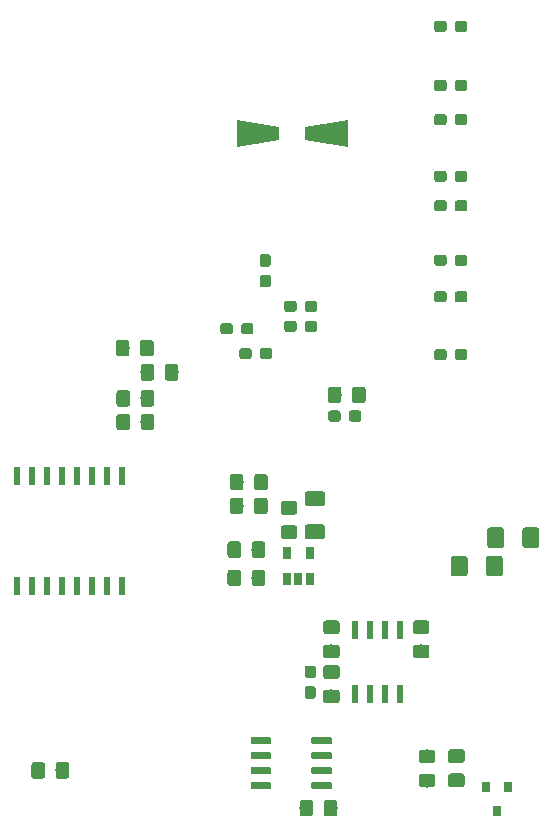
<source format=gbr>
G04 #@! TF.GenerationSoftware,KiCad,Pcbnew,(5.1.0)-1*
G04 #@! TF.CreationDate,2020-04-23T00:52:51+08:00*
G04 #@! TF.ProjectId,IRController,4952436f-6e74-4726-9f6c-6c65722e6b69,rev?*
G04 #@! TF.SameCoordinates,Original*
G04 #@! TF.FileFunction,Paste,Bot*
G04 #@! TF.FilePolarity,Positive*
%FSLAX46Y46*%
G04 Gerber Fmt 4.6, Leading zero omitted, Abs format (unit mm)*
G04 Created by KiCad (PCBNEW (5.1.0)-1) date 2020-04-23 00:52:51*
%MOMM*%
%LPD*%
G04 APERTURE LIST*
%ADD10C,0.100000*%
%ADD11C,1.150000*%
%ADD12C,0.950000*%
%ADD13C,1.425000*%
%ADD14C,1.250000*%
%ADD15C,1.676868*%
%ADD16R,0.800000X0.900000*%
%ADD17R,0.600000X1.500000*%
%ADD18C,0.600000*%
%ADD19R,0.600000X1.550000*%
%ADD20R,0.650000X1.060000*%
G04 APERTURE END LIST*
D10*
G36*
X121974505Y-100751204D02*
G01*
X121998773Y-100754804D01*
X122022572Y-100760765D01*
X122045671Y-100769030D01*
X122067850Y-100779520D01*
X122088893Y-100792132D01*
X122108599Y-100806747D01*
X122126777Y-100823223D01*
X122143253Y-100841401D01*
X122157868Y-100861107D01*
X122170480Y-100882150D01*
X122180970Y-100904329D01*
X122189235Y-100927428D01*
X122195196Y-100951227D01*
X122198796Y-100975495D01*
X122200000Y-100999999D01*
X122200000Y-101650001D01*
X122198796Y-101674505D01*
X122195196Y-101698773D01*
X122189235Y-101722572D01*
X122180970Y-101745671D01*
X122170480Y-101767850D01*
X122157868Y-101788893D01*
X122143253Y-101808599D01*
X122126777Y-101826777D01*
X122108599Y-101843253D01*
X122088893Y-101857868D01*
X122067850Y-101870480D01*
X122045671Y-101880970D01*
X122022572Y-101889235D01*
X121998773Y-101895196D01*
X121974505Y-101898796D01*
X121950001Y-101900000D01*
X121049999Y-101900000D01*
X121025495Y-101898796D01*
X121001227Y-101895196D01*
X120977428Y-101889235D01*
X120954329Y-101880970D01*
X120932150Y-101870480D01*
X120911107Y-101857868D01*
X120891401Y-101843253D01*
X120873223Y-101826777D01*
X120856747Y-101808599D01*
X120842132Y-101788893D01*
X120829520Y-101767850D01*
X120819030Y-101745671D01*
X120810765Y-101722572D01*
X120804804Y-101698773D01*
X120801204Y-101674505D01*
X120800000Y-101650001D01*
X120800000Y-100999999D01*
X120801204Y-100975495D01*
X120804804Y-100951227D01*
X120810765Y-100927428D01*
X120819030Y-100904329D01*
X120829520Y-100882150D01*
X120842132Y-100861107D01*
X120856747Y-100841401D01*
X120873223Y-100823223D01*
X120891401Y-100806747D01*
X120911107Y-100792132D01*
X120932150Y-100779520D01*
X120954329Y-100769030D01*
X120977428Y-100760765D01*
X121001227Y-100754804D01*
X121025495Y-100751204D01*
X121049999Y-100750000D01*
X121950001Y-100750000D01*
X121974505Y-100751204D01*
X121974505Y-100751204D01*
G37*
D11*
X121500000Y-101325000D03*
D10*
G36*
X121974505Y-98701204D02*
G01*
X121998773Y-98704804D01*
X122022572Y-98710765D01*
X122045671Y-98719030D01*
X122067850Y-98729520D01*
X122088893Y-98742132D01*
X122108599Y-98756747D01*
X122126777Y-98773223D01*
X122143253Y-98791401D01*
X122157868Y-98811107D01*
X122170480Y-98832150D01*
X122180970Y-98854329D01*
X122189235Y-98877428D01*
X122195196Y-98901227D01*
X122198796Y-98925495D01*
X122200000Y-98949999D01*
X122200000Y-99600001D01*
X122198796Y-99624505D01*
X122195196Y-99648773D01*
X122189235Y-99672572D01*
X122180970Y-99695671D01*
X122170480Y-99717850D01*
X122157868Y-99738893D01*
X122143253Y-99758599D01*
X122126777Y-99776777D01*
X122108599Y-99793253D01*
X122088893Y-99807868D01*
X122067850Y-99820480D01*
X122045671Y-99830970D01*
X122022572Y-99839235D01*
X121998773Y-99845196D01*
X121974505Y-99848796D01*
X121950001Y-99850000D01*
X121049999Y-99850000D01*
X121025495Y-99848796D01*
X121001227Y-99845196D01*
X120977428Y-99839235D01*
X120954329Y-99830970D01*
X120932150Y-99820480D01*
X120911107Y-99807868D01*
X120891401Y-99793253D01*
X120873223Y-99776777D01*
X120856747Y-99758599D01*
X120842132Y-99738893D01*
X120829520Y-99717850D01*
X120819030Y-99695671D01*
X120810765Y-99672572D01*
X120804804Y-99648773D01*
X120801204Y-99624505D01*
X120800000Y-99600001D01*
X120800000Y-98949999D01*
X120801204Y-98925495D01*
X120804804Y-98901227D01*
X120810765Y-98877428D01*
X120819030Y-98854329D01*
X120829520Y-98832150D01*
X120842132Y-98811107D01*
X120856747Y-98791401D01*
X120873223Y-98773223D01*
X120891401Y-98756747D01*
X120911107Y-98742132D01*
X120932150Y-98729520D01*
X120954329Y-98719030D01*
X120977428Y-98710765D01*
X121001227Y-98704804D01*
X121025495Y-98701204D01*
X121049999Y-98700000D01*
X121950001Y-98700000D01*
X121974505Y-98701204D01*
X121974505Y-98701204D01*
G37*
D11*
X121500000Y-99275000D03*
D10*
G36*
X119960779Y-100476144D02*
G01*
X119983834Y-100479563D01*
X120006443Y-100485227D01*
X120028387Y-100493079D01*
X120049457Y-100503044D01*
X120069448Y-100515026D01*
X120088168Y-100528910D01*
X120105438Y-100544562D01*
X120121090Y-100561832D01*
X120134974Y-100580552D01*
X120146956Y-100600543D01*
X120156921Y-100621613D01*
X120164773Y-100643557D01*
X120170437Y-100666166D01*
X120173856Y-100689221D01*
X120175000Y-100712500D01*
X120175000Y-101287500D01*
X120173856Y-101310779D01*
X120170437Y-101333834D01*
X120164773Y-101356443D01*
X120156921Y-101378387D01*
X120146956Y-101399457D01*
X120134974Y-101419448D01*
X120121090Y-101438168D01*
X120105438Y-101455438D01*
X120088168Y-101471090D01*
X120069448Y-101484974D01*
X120049457Y-101496956D01*
X120028387Y-101506921D01*
X120006443Y-101514773D01*
X119983834Y-101520437D01*
X119960779Y-101523856D01*
X119937500Y-101525000D01*
X119462500Y-101525000D01*
X119439221Y-101523856D01*
X119416166Y-101520437D01*
X119393557Y-101514773D01*
X119371613Y-101506921D01*
X119350543Y-101496956D01*
X119330552Y-101484974D01*
X119311832Y-101471090D01*
X119294562Y-101455438D01*
X119278910Y-101438168D01*
X119265026Y-101419448D01*
X119253044Y-101399457D01*
X119243079Y-101378387D01*
X119235227Y-101356443D01*
X119229563Y-101333834D01*
X119226144Y-101310779D01*
X119225000Y-101287500D01*
X119225000Y-100712500D01*
X119226144Y-100689221D01*
X119229563Y-100666166D01*
X119235227Y-100643557D01*
X119243079Y-100621613D01*
X119253044Y-100600543D01*
X119265026Y-100580552D01*
X119278910Y-100561832D01*
X119294562Y-100544562D01*
X119311832Y-100528910D01*
X119330552Y-100515026D01*
X119350543Y-100503044D01*
X119371613Y-100493079D01*
X119393557Y-100485227D01*
X119416166Y-100479563D01*
X119439221Y-100476144D01*
X119462500Y-100475000D01*
X119937500Y-100475000D01*
X119960779Y-100476144D01*
X119960779Y-100476144D01*
G37*
D12*
X119700000Y-101000000D03*
D10*
G36*
X119960779Y-98726144D02*
G01*
X119983834Y-98729563D01*
X120006443Y-98735227D01*
X120028387Y-98743079D01*
X120049457Y-98753044D01*
X120069448Y-98765026D01*
X120088168Y-98778910D01*
X120105438Y-98794562D01*
X120121090Y-98811832D01*
X120134974Y-98830552D01*
X120146956Y-98850543D01*
X120156921Y-98871613D01*
X120164773Y-98893557D01*
X120170437Y-98916166D01*
X120173856Y-98939221D01*
X120175000Y-98962500D01*
X120175000Y-99537500D01*
X120173856Y-99560779D01*
X120170437Y-99583834D01*
X120164773Y-99606443D01*
X120156921Y-99628387D01*
X120146956Y-99649457D01*
X120134974Y-99669448D01*
X120121090Y-99688168D01*
X120105438Y-99705438D01*
X120088168Y-99721090D01*
X120069448Y-99734974D01*
X120049457Y-99746956D01*
X120028387Y-99756921D01*
X120006443Y-99764773D01*
X119983834Y-99770437D01*
X119960779Y-99773856D01*
X119937500Y-99775000D01*
X119462500Y-99775000D01*
X119439221Y-99773856D01*
X119416166Y-99770437D01*
X119393557Y-99764773D01*
X119371613Y-99756921D01*
X119350543Y-99746956D01*
X119330552Y-99734974D01*
X119311832Y-99721090D01*
X119294562Y-99705438D01*
X119278910Y-99688168D01*
X119265026Y-99669448D01*
X119253044Y-99649457D01*
X119243079Y-99628387D01*
X119235227Y-99606443D01*
X119229563Y-99583834D01*
X119226144Y-99560779D01*
X119225000Y-99537500D01*
X119225000Y-98962500D01*
X119226144Y-98939221D01*
X119229563Y-98916166D01*
X119235227Y-98893557D01*
X119243079Y-98871613D01*
X119253044Y-98850543D01*
X119265026Y-98830552D01*
X119278910Y-98811832D01*
X119294562Y-98794562D01*
X119311832Y-98778910D01*
X119330552Y-98765026D01*
X119350543Y-98753044D01*
X119371613Y-98743079D01*
X119393557Y-98735227D01*
X119416166Y-98729563D01*
X119439221Y-98726144D01*
X119462500Y-98725000D01*
X119937500Y-98725000D01*
X119960779Y-98726144D01*
X119960779Y-98726144D01*
G37*
D12*
X119700000Y-99250000D03*
D10*
G36*
X120085779Y-67826144D02*
G01*
X120108834Y-67829563D01*
X120131443Y-67835227D01*
X120153387Y-67843079D01*
X120174457Y-67853044D01*
X120194448Y-67865026D01*
X120213168Y-67878910D01*
X120230438Y-67894562D01*
X120246090Y-67911832D01*
X120259974Y-67930552D01*
X120271956Y-67950543D01*
X120281921Y-67971613D01*
X120289773Y-67993557D01*
X120295437Y-68016166D01*
X120298856Y-68039221D01*
X120300000Y-68062500D01*
X120300000Y-68537500D01*
X120298856Y-68560779D01*
X120295437Y-68583834D01*
X120289773Y-68606443D01*
X120281921Y-68628387D01*
X120271956Y-68649457D01*
X120259974Y-68669448D01*
X120246090Y-68688168D01*
X120230438Y-68705438D01*
X120213168Y-68721090D01*
X120194448Y-68734974D01*
X120174457Y-68746956D01*
X120153387Y-68756921D01*
X120131443Y-68764773D01*
X120108834Y-68770437D01*
X120085779Y-68773856D01*
X120062500Y-68775000D01*
X119487500Y-68775000D01*
X119464221Y-68773856D01*
X119441166Y-68770437D01*
X119418557Y-68764773D01*
X119396613Y-68756921D01*
X119375543Y-68746956D01*
X119355552Y-68734974D01*
X119336832Y-68721090D01*
X119319562Y-68705438D01*
X119303910Y-68688168D01*
X119290026Y-68669448D01*
X119278044Y-68649457D01*
X119268079Y-68628387D01*
X119260227Y-68606443D01*
X119254563Y-68583834D01*
X119251144Y-68560779D01*
X119250000Y-68537500D01*
X119250000Y-68062500D01*
X119251144Y-68039221D01*
X119254563Y-68016166D01*
X119260227Y-67993557D01*
X119268079Y-67971613D01*
X119278044Y-67950543D01*
X119290026Y-67930552D01*
X119303910Y-67911832D01*
X119319562Y-67894562D01*
X119336832Y-67878910D01*
X119355552Y-67865026D01*
X119375543Y-67853044D01*
X119396613Y-67843079D01*
X119418557Y-67835227D01*
X119441166Y-67829563D01*
X119464221Y-67826144D01*
X119487500Y-67825000D01*
X120062500Y-67825000D01*
X120085779Y-67826144D01*
X120085779Y-67826144D01*
G37*
D12*
X119775000Y-68300000D03*
D10*
G36*
X118335779Y-67826144D02*
G01*
X118358834Y-67829563D01*
X118381443Y-67835227D01*
X118403387Y-67843079D01*
X118424457Y-67853044D01*
X118444448Y-67865026D01*
X118463168Y-67878910D01*
X118480438Y-67894562D01*
X118496090Y-67911832D01*
X118509974Y-67930552D01*
X118521956Y-67950543D01*
X118531921Y-67971613D01*
X118539773Y-67993557D01*
X118545437Y-68016166D01*
X118548856Y-68039221D01*
X118550000Y-68062500D01*
X118550000Y-68537500D01*
X118548856Y-68560779D01*
X118545437Y-68583834D01*
X118539773Y-68606443D01*
X118531921Y-68628387D01*
X118521956Y-68649457D01*
X118509974Y-68669448D01*
X118496090Y-68688168D01*
X118480438Y-68705438D01*
X118463168Y-68721090D01*
X118444448Y-68734974D01*
X118424457Y-68746956D01*
X118403387Y-68756921D01*
X118381443Y-68764773D01*
X118358834Y-68770437D01*
X118335779Y-68773856D01*
X118312500Y-68775000D01*
X117737500Y-68775000D01*
X117714221Y-68773856D01*
X117691166Y-68770437D01*
X117668557Y-68764773D01*
X117646613Y-68756921D01*
X117625543Y-68746956D01*
X117605552Y-68734974D01*
X117586832Y-68721090D01*
X117569562Y-68705438D01*
X117553910Y-68688168D01*
X117540026Y-68669448D01*
X117528044Y-68649457D01*
X117518079Y-68628387D01*
X117510227Y-68606443D01*
X117504563Y-68583834D01*
X117501144Y-68560779D01*
X117500000Y-68537500D01*
X117500000Y-68062500D01*
X117501144Y-68039221D01*
X117504563Y-68016166D01*
X117510227Y-67993557D01*
X117518079Y-67971613D01*
X117528044Y-67950543D01*
X117540026Y-67930552D01*
X117553910Y-67911832D01*
X117569562Y-67894562D01*
X117586832Y-67878910D01*
X117605552Y-67865026D01*
X117625543Y-67853044D01*
X117646613Y-67843079D01*
X117668557Y-67835227D01*
X117691166Y-67829563D01*
X117714221Y-67826144D01*
X117737500Y-67825000D01*
X118312500Y-67825000D01*
X118335779Y-67826144D01*
X118335779Y-67826144D01*
G37*
D12*
X118025000Y-68300000D03*
D10*
G36*
X116160779Y-65651144D02*
G01*
X116183834Y-65654563D01*
X116206443Y-65660227D01*
X116228387Y-65668079D01*
X116249457Y-65678044D01*
X116269448Y-65690026D01*
X116288168Y-65703910D01*
X116305438Y-65719562D01*
X116321090Y-65736832D01*
X116334974Y-65755552D01*
X116346956Y-65775543D01*
X116356921Y-65796613D01*
X116364773Y-65818557D01*
X116370437Y-65841166D01*
X116373856Y-65864221D01*
X116375000Y-65887500D01*
X116375000Y-66462500D01*
X116373856Y-66485779D01*
X116370437Y-66508834D01*
X116364773Y-66531443D01*
X116356921Y-66553387D01*
X116346956Y-66574457D01*
X116334974Y-66594448D01*
X116321090Y-66613168D01*
X116305438Y-66630438D01*
X116288168Y-66646090D01*
X116269448Y-66659974D01*
X116249457Y-66671956D01*
X116228387Y-66681921D01*
X116206443Y-66689773D01*
X116183834Y-66695437D01*
X116160779Y-66698856D01*
X116137500Y-66700000D01*
X115662500Y-66700000D01*
X115639221Y-66698856D01*
X115616166Y-66695437D01*
X115593557Y-66689773D01*
X115571613Y-66681921D01*
X115550543Y-66671956D01*
X115530552Y-66659974D01*
X115511832Y-66646090D01*
X115494562Y-66630438D01*
X115478910Y-66613168D01*
X115465026Y-66594448D01*
X115453044Y-66574457D01*
X115443079Y-66553387D01*
X115435227Y-66531443D01*
X115429563Y-66508834D01*
X115426144Y-66485779D01*
X115425000Y-66462500D01*
X115425000Y-65887500D01*
X115426144Y-65864221D01*
X115429563Y-65841166D01*
X115435227Y-65818557D01*
X115443079Y-65796613D01*
X115453044Y-65775543D01*
X115465026Y-65755552D01*
X115478910Y-65736832D01*
X115494562Y-65719562D01*
X115511832Y-65703910D01*
X115530552Y-65690026D01*
X115550543Y-65678044D01*
X115571613Y-65668079D01*
X115593557Y-65660227D01*
X115616166Y-65654563D01*
X115639221Y-65651144D01*
X115662500Y-65650000D01*
X116137500Y-65650000D01*
X116160779Y-65651144D01*
X116160779Y-65651144D01*
G37*
D12*
X115900000Y-66175000D03*
D10*
G36*
X116160779Y-63901144D02*
G01*
X116183834Y-63904563D01*
X116206443Y-63910227D01*
X116228387Y-63918079D01*
X116249457Y-63928044D01*
X116269448Y-63940026D01*
X116288168Y-63953910D01*
X116305438Y-63969562D01*
X116321090Y-63986832D01*
X116334974Y-64005552D01*
X116346956Y-64025543D01*
X116356921Y-64046613D01*
X116364773Y-64068557D01*
X116370437Y-64091166D01*
X116373856Y-64114221D01*
X116375000Y-64137500D01*
X116375000Y-64712500D01*
X116373856Y-64735779D01*
X116370437Y-64758834D01*
X116364773Y-64781443D01*
X116356921Y-64803387D01*
X116346956Y-64824457D01*
X116334974Y-64844448D01*
X116321090Y-64863168D01*
X116305438Y-64880438D01*
X116288168Y-64896090D01*
X116269448Y-64909974D01*
X116249457Y-64921956D01*
X116228387Y-64931921D01*
X116206443Y-64939773D01*
X116183834Y-64945437D01*
X116160779Y-64948856D01*
X116137500Y-64950000D01*
X115662500Y-64950000D01*
X115639221Y-64948856D01*
X115616166Y-64945437D01*
X115593557Y-64939773D01*
X115571613Y-64931921D01*
X115550543Y-64921956D01*
X115530552Y-64909974D01*
X115511832Y-64896090D01*
X115494562Y-64880438D01*
X115478910Y-64863168D01*
X115465026Y-64844448D01*
X115453044Y-64824457D01*
X115443079Y-64803387D01*
X115435227Y-64781443D01*
X115429563Y-64758834D01*
X115426144Y-64735779D01*
X115425000Y-64712500D01*
X115425000Y-64137500D01*
X115426144Y-64114221D01*
X115429563Y-64091166D01*
X115435227Y-64068557D01*
X115443079Y-64046613D01*
X115453044Y-64025543D01*
X115465026Y-64005552D01*
X115478910Y-63986832D01*
X115494562Y-63969562D01*
X115511832Y-63953910D01*
X115530552Y-63940026D01*
X115550543Y-63928044D01*
X115571613Y-63918079D01*
X115593557Y-63910227D01*
X115616166Y-63904563D01*
X115639221Y-63901144D01*
X115662500Y-63900000D01*
X116137500Y-63900000D01*
X116160779Y-63901144D01*
X116160779Y-63901144D01*
G37*
D12*
X115900000Y-64425000D03*
D10*
G36*
X114685779Y-69726144D02*
G01*
X114708834Y-69729563D01*
X114731443Y-69735227D01*
X114753387Y-69743079D01*
X114774457Y-69753044D01*
X114794448Y-69765026D01*
X114813168Y-69778910D01*
X114830438Y-69794562D01*
X114846090Y-69811832D01*
X114859974Y-69830552D01*
X114871956Y-69850543D01*
X114881921Y-69871613D01*
X114889773Y-69893557D01*
X114895437Y-69916166D01*
X114898856Y-69939221D01*
X114900000Y-69962500D01*
X114900000Y-70437500D01*
X114898856Y-70460779D01*
X114895437Y-70483834D01*
X114889773Y-70506443D01*
X114881921Y-70528387D01*
X114871956Y-70549457D01*
X114859974Y-70569448D01*
X114846090Y-70588168D01*
X114830438Y-70605438D01*
X114813168Y-70621090D01*
X114794448Y-70634974D01*
X114774457Y-70646956D01*
X114753387Y-70656921D01*
X114731443Y-70664773D01*
X114708834Y-70670437D01*
X114685779Y-70673856D01*
X114662500Y-70675000D01*
X114087500Y-70675000D01*
X114064221Y-70673856D01*
X114041166Y-70670437D01*
X114018557Y-70664773D01*
X113996613Y-70656921D01*
X113975543Y-70646956D01*
X113955552Y-70634974D01*
X113936832Y-70621090D01*
X113919562Y-70605438D01*
X113903910Y-70588168D01*
X113890026Y-70569448D01*
X113878044Y-70549457D01*
X113868079Y-70528387D01*
X113860227Y-70506443D01*
X113854563Y-70483834D01*
X113851144Y-70460779D01*
X113850000Y-70437500D01*
X113850000Y-69962500D01*
X113851144Y-69939221D01*
X113854563Y-69916166D01*
X113860227Y-69893557D01*
X113868079Y-69871613D01*
X113878044Y-69850543D01*
X113890026Y-69830552D01*
X113903910Y-69811832D01*
X113919562Y-69794562D01*
X113936832Y-69778910D01*
X113955552Y-69765026D01*
X113975543Y-69753044D01*
X113996613Y-69743079D01*
X114018557Y-69735227D01*
X114041166Y-69729563D01*
X114064221Y-69726144D01*
X114087500Y-69725000D01*
X114662500Y-69725000D01*
X114685779Y-69726144D01*
X114685779Y-69726144D01*
G37*
D12*
X114375000Y-70200000D03*
D10*
G36*
X112935779Y-69726144D02*
G01*
X112958834Y-69729563D01*
X112981443Y-69735227D01*
X113003387Y-69743079D01*
X113024457Y-69753044D01*
X113044448Y-69765026D01*
X113063168Y-69778910D01*
X113080438Y-69794562D01*
X113096090Y-69811832D01*
X113109974Y-69830552D01*
X113121956Y-69850543D01*
X113131921Y-69871613D01*
X113139773Y-69893557D01*
X113145437Y-69916166D01*
X113148856Y-69939221D01*
X113150000Y-69962500D01*
X113150000Y-70437500D01*
X113148856Y-70460779D01*
X113145437Y-70483834D01*
X113139773Y-70506443D01*
X113131921Y-70528387D01*
X113121956Y-70549457D01*
X113109974Y-70569448D01*
X113096090Y-70588168D01*
X113080438Y-70605438D01*
X113063168Y-70621090D01*
X113044448Y-70634974D01*
X113024457Y-70646956D01*
X113003387Y-70656921D01*
X112981443Y-70664773D01*
X112958834Y-70670437D01*
X112935779Y-70673856D01*
X112912500Y-70675000D01*
X112337500Y-70675000D01*
X112314221Y-70673856D01*
X112291166Y-70670437D01*
X112268557Y-70664773D01*
X112246613Y-70656921D01*
X112225543Y-70646956D01*
X112205552Y-70634974D01*
X112186832Y-70621090D01*
X112169562Y-70605438D01*
X112153910Y-70588168D01*
X112140026Y-70569448D01*
X112128044Y-70549457D01*
X112118079Y-70528387D01*
X112110227Y-70506443D01*
X112104563Y-70483834D01*
X112101144Y-70460779D01*
X112100000Y-70437500D01*
X112100000Y-69962500D01*
X112101144Y-69939221D01*
X112104563Y-69916166D01*
X112110227Y-69893557D01*
X112118079Y-69871613D01*
X112128044Y-69850543D01*
X112140026Y-69830552D01*
X112153910Y-69811832D01*
X112169562Y-69794562D01*
X112186832Y-69778910D01*
X112205552Y-69765026D01*
X112225543Y-69753044D01*
X112246613Y-69743079D01*
X112268557Y-69735227D01*
X112291166Y-69729563D01*
X112314221Y-69726144D01*
X112337500Y-69725000D01*
X112912500Y-69725000D01*
X112935779Y-69726144D01*
X112935779Y-69726144D01*
G37*
D12*
X112625000Y-70200000D03*
D10*
G36*
X114535779Y-71826144D02*
G01*
X114558834Y-71829563D01*
X114581443Y-71835227D01*
X114603387Y-71843079D01*
X114624457Y-71853044D01*
X114644448Y-71865026D01*
X114663168Y-71878910D01*
X114680438Y-71894562D01*
X114696090Y-71911832D01*
X114709974Y-71930552D01*
X114721956Y-71950543D01*
X114731921Y-71971613D01*
X114739773Y-71993557D01*
X114745437Y-72016166D01*
X114748856Y-72039221D01*
X114750000Y-72062500D01*
X114750000Y-72537500D01*
X114748856Y-72560779D01*
X114745437Y-72583834D01*
X114739773Y-72606443D01*
X114731921Y-72628387D01*
X114721956Y-72649457D01*
X114709974Y-72669448D01*
X114696090Y-72688168D01*
X114680438Y-72705438D01*
X114663168Y-72721090D01*
X114644448Y-72734974D01*
X114624457Y-72746956D01*
X114603387Y-72756921D01*
X114581443Y-72764773D01*
X114558834Y-72770437D01*
X114535779Y-72773856D01*
X114512500Y-72775000D01*
X113937500Y-72775000D01*
X113914221Y-72773856D01*
X113891166Y-72770437D01*
X113868557Y-72764773D01*
X113846613Y-72756921D01*
X113825543Y-72746956D01*
X113805552Y-72734974D01*
X113786832Y-72721090D01*
X113769562Y-72705438D01*
X113753910Y-72688168D01*
X113740026Y-72669448D01*
X113728044Y-72649457D01*
X113718079Y-72628387D01*
X113710227Y-72606443D01*
X113704563Y-72583834D01*
X113701144Y-72560779D01*
X113700000Y-72537500D01*
X113700000Y-72062500D01*
X113701144Y-72039221D01*
X113704563Y-72016166D01*
X113710227Y-71993557D01*
X113718079Y-71971613D01*
X113728044Y-71950543D01*
X113740026Y-71930552D01*
X113753910Y-71911832D01*
X113769562Y-71894562D01*
X113786832Y-71878910D01*
X113805552Y-71865026D01*
X113825543Y-71853044D01*
X113846613Y-71843079D01*
X113868557Y-71835227D01*
X113891166Y-71829563D01*
X113914221Y-71826144D01*
X113937500Y-71825000D01*
X114512500Y-71825000D01*
X114535779Y-71826144D01*
X114535779Y-71826144D01*
G37*
D12*
X114225000Y-72300000D03*
D10*
G36*
X116285779Y-71826144D02*
G01*
X116308834Y-71829563D01*
X116331443Y-71835227D01*
X116353387Y-71843079D01*
X116374457Y-71853044D01*
X116394448Y-71865026D01*
X116413168Y-71878910D01*
X116430438Y-71894562D01*
X116446090Y-71911832D01*
X116459974Y-71930552D01*
X116471956Y-71950543D01*
X116481921Y-71971613D01*
X116489773Y-71993557D01*
X116495437Y-72016166D01*
X116498856Y-72039221D01*
X116500000Y-72062500D01*
X116500000Y-72537500D01*
X116498856Y-72560779D01*
X116495437Y-72583834D01*
X116489773Y-72606443D01*
X116481921Y-72628387D01*
X116471956Y-72649457D01*
X116459974Y-72669448D01*
X116446090Y-72688168D01*
X116430438Y-72705438D01*
X116413168Y-72721090D01*
X116394448Y-72734974D01*
X116374457Y-72746956D01*
X116353387Y-72756921D01*
X116331443Y-72764773D01*
X116308834Y-72770437D01*
X116285779Y-72773856D01*
X116262500Y-72775000D01*
X115687500Y-72775000D01*
X115664221Y-72773856D01*
X115641166Y-72770437D01*
X115618557Y-72764773D01*
X115596613Y-72756921D01*
X115575543Y-72746956D01*
X115555552Y-72734974D01*
X115536832Y-72721090D01*
X115519562Y-72705438D01*
X115503910Y-72688168D01*
X115490026Y-72669448D01*
X115478044Y-72649457D01*
X115468079Y-72628387D01*
X115460227Y-72606443D01*
X115454563Y-72583834D01*
X115451144Y-72560779D01*
X115450000Y-72537500D01*
X115450000Y-72062500D01*
X115451144Y-72039221D01*
X115454563Y-72016166D01*
X115460227Y-71993557D01*
X115468079Y-71971613D01*
X115478044Y-71950543D01*
X115490026Y-71930552D01*
X115503910Y-71911832D01*
X115519562Y-71894562D01*
X115536832Y-71878910D01*
X115555552Y-71865026D01*
X115575543Y-71853044D01*
X115596613Y-71843079D01*
X115618557Y-71835227D01*
X115641166Y-71829563D01*
X115664221Y-71826144D01*
X115687500Y-71825000D01*
X116262500Y-71825000D01*
X116285779Y-71826144D01*
X116285779Y-71826144D01*
G37*
D12*
X115975000Y-72300000D03*
D10*
G36*
X120085779Y-69526144D02*
G01*
X120108834Y-69529563D01*
X120131443Y-69535227D01*
X120153387Y-69543079D01*
X120174457Y-69553044D01*
X120194448Y-69565026D01*
X120213168Y-69578910D01*
X120230438Y-69594562D01*
X120246090Y-69611832D01*
X120259974Y-69630552D01*
X120271956Y-69650543D01*
X120281921Y-69671613D01*
X120289773Y-69693557D01*
X120295437Y-69716166D01*
X120298856Y-69739221D01*
X120300000Y-69762500D01*
X120300000Y-70237500D01*
X120298856Y-70260779D01*
X120295437Y-70283834D01*
X120289773Y-70306443D01*
X120281921Y-70328387D01*
X120271956Y-70349457D01*
X120259974Y-70369448D01*
X120246090Y-70388168D01*
X120230438Y-70405438D01*
X120213168Y-70421090D01*
X120194448Y-70434974D01*
X120174457Y-70446956D01*
X120153387Y-70456921D01*
X120131443Y-70464773D01*
X120108834Y-70470437D01*
X120085779Y-70473856D01*
X120062500Y-70475000D01*
X119487500Y-70475000D01*
X119464221Y-70473856D01*
X119441166Y-70470437D01*
X119418557Y-70464773D01*
X119396613Y-70456921D01*
X119375543Y-70446956D01*
X119355552Y-70434974D01*
X119336832Y-70421090D01*
X119319562Y-70405438D01*
X119303910Y-70388168D01*
X119290026Y-70369448D01*
X119278044Y-70349457D01*
X119268079Y-70328387D01*
X119260227Y-70306443D01*
X119254563Y-70283834D01*
X119251144Y-70260779D01*
X119250000Y-70237500D01*
X119250000Y-69762500D01*
X119251144Y-69739221D01*
X119254563Y-69716166D01*
X119260227Y-69693557D01*
X119268079Y-69671613D01*
X119278044Y-69650543D01*
X119290026Y-69630552D01*
X119303910Y-69611832D01*
X119319562Y-69594562D01*
X119336832Y-69578910D01*
X119355552Y-69565026D01*
X119375543Y-69553044D01*
X119396613Y-69543079D01*
X119418557Y-69535227D01*
X119441166Y-69529563D01*
X119464221Y-69526144D01*
X119487500Y-69525000D01*
X120062500Y-69525000D01*
X120085779Y-69526144D01*
X120085779Y-69526144D01*
G37*
D12*
X119775000Y-70000000D03*
D10*
G36*
X118335779Y-69526144D02*
G01*
X118358834Y-69529563D01*
X118381443Y-69535227D01*
X118403387Y-69543079D01*
X118424457Y-69553044D01*
X118444448Y-69565026D01*
X118463168Y-69578910D01*
X118480438Y-69594562D01*
X118496090Y-69611832D01*
X118509974Y-69630552D01*
X118521956Y-69650543D01*
X118531921Y-69671613D01*
X118539773Y-69693557D01*
X118545437Y-69716166D01*
X118548856Y-69739221D01*
X118550000Y-69762500D01*
X118550000Y-70237500D01*
X118548856Y-70260779D01*
X118545437Y-70283834D01*
X118539773Y-70306443D01*
X118531921Y-70328387D01*
X118521956Y-70349457D01*
X118509974Y-70369448D01*
X118496090Y-70388168D01*
X118480438Y-70405438D01*
X118463168Y-70421090D01*
X118444448Y-70434974D01*
X118424457Y-70446956D01*
X118403387Y-70456921D01*
X118381443Y-70464773D01*
X118358834Y-70470437D01*
X118335779Y-70473856D01*
X118312500Y-70475000D01*
X117737500Y-70475000D01*
X117714221Y-70473856D01*
X117691166Y-70470437D01*
X117668557Y-70464773D01*
X117646613Y-70456921D01*
X117625543Y-70446956D01*
X117605552Y-70434974D01*
X117586832Y-70421090D01*
X117569562Y-70405438D01*
X117553910Y-70388168D01*
X117540026Y-70369448D01*
X117528044Y-70349457D01*
X117518079Y-70328387D01*
X117510227Y-70306443D01*
X117504563Y-70283834D01*
X117501144Y-70260779D01*
X117500000Y-70237500D01*
X117500000Y-69762500D01*
X117501144Y-69739221D01*
X117504563Y-69716166D01*
X117510227Y-69693557D01*
X117518079Y-69671613D01*
X117528044Y-69650543D01*
X117540026Y-69630552D01*
X117553910Y-69611832D01*
X117569562Y-69594562D01*
X117586832Y-69578910D01*
X117605552Y-69565026D01*
X117625543Y-69553044D01*
X117646613Y-69543079D01*
X117668557Y-69535227D01*
X117691166Y-69529563D01*
X117714221Y-69526144D01*
X117737500Y-69525000D01*
X118312500Y-69525000D01*
X118335779Y-69526144D01*
X118335779Y-69526144D01*
G37*
D12*
X118025000Y-70000000D03*
D10*
G36*
X135899504Y-87026204D02*
G01*
X135923773Y-87029804D01*
X135947571Y-87035765D01*
X135970671Y-87044030D01*
X135992849Y-87054520D01*
X136013893Y-87067133D01*
X136033598Y-87081747D01*
X136051777Y-87098223D01*
X136068253Y-87116402D01*
X136082867Y-87136107D01*
X136095480Y-87157151D01*
X136105970Y-87179329D01*
X136114235Y-87202429D01*
X136120196Y-87226227D01*
X136123796Y-87250496D01*
X136125000Y-87275000D01*
X136125000Y-88525000D01*
X136123796Y-88549504D01*
X136120196Y-88573773D01*
X136114235Y-88597571D01*
X136105970Y-88620671D01*
X136095480Y-88642849D01*
X136082867Y-88663893D01*
X136068253Y-88683598D01*
X136051777Y-88701777D01*
X136033598Y-88718253D01*
X136013893Y-88732867D01*
X135992849Y-88745480D01*
X135970671Y-88755970D01*
X135947571Y-88764235D01*
X135923773Y-88770196D01*
X135899504Y-88773796D01*
X135875000Y-88775000D01*
X134950000Y-88775000D01*
X134925496Y-88773796D01*
X134901227Y-88770196D01*
X134877429Y-88764235D01*
X134854329Y-88755970D01*
X134832151Y-88745480D01*
X134811107Y-88732867D01*
X134791402Y-88718253D01*
X134773223Y-88701777D01*
X134756747Y-88683598D01*
X134742133Y-88663893D01*
X134729520Y-88642849D01*
X134719030Y-88620671D01*
X134710765Y-88597571D01*
X134704804Y-88573773D01*
X134701204Y-88549504D01*
X134700000Y-88525000D01*
X134700000Y-87275000D01*
X134701204Y-87250496D01*
X134704804Y-87226227D01*
X134710765Y-87202429D01*
X134719030Y-87179329D01*
X134729520Y-87157151D01*
X134742133Y-87136107D01*
X134756747Y-87116402D01*
X134773223Y-87098223D01*
X134791402Y-87081747D01*
X134811107Y-87067133D01*
X134832151Y-87054520D01*
X134854329Y-87044030D01*
X134877429Y-87035765D01*
X134901227Y-87029804D01*
X134925496Y-87026204D01*
X134950000Y-87025000D01*
X135875000Y-87025000D01*
X135899504Y-87026204D01*
X135899504Y-87026204D01*
G37*
D13*
X135412500Y-87900000D03*
D10*
G36*
X138874504Y-87026204D02*
G01*
X138898773Y-87029804D01*
X138922571Y-87035765D01*
X138945671Y-87044030D01*
X138967849Y-87054520D01*
X138988893Y-87067133D01*
X139008598Y-87081747D01*
X139026777Y-87098223D01*
X139043253Y-87116402D01*
X139057867Y-87136107D01*
X139070480Y-87157151D01*
X139080970Y-87179329D01*
X139089235Y-87202429D01*
X139095196Y-87226227D01*
X139098796Y-87250496D01*
X139100000Y-87275000D01*
X139100000Y-88525000D01*
X139098796Y-88549504D01*
X139095196Y-88573773D01*
X139089235Y-88597571D01*
X139080970Y-88620671D01*
X139070480Y-88642849D01*
X139057867Y-88663893D01*
X139043253Y-88683598D01*
X139026777Y-88701777D01*
X139008598Y-88718253D01*
X138988893Y-88732867D01*
X138967849Y-88745480D01*
X138945671Y-88755970D01*
X138922571Y-88764235D01*
X138898773Y-88770196D01*
X138874504Y-88773796D01*
X138850000Y-88775000D01*
X137925000Y-88775000D01*
X137900496Y-88773796D01*
X137876227Y-88770196D01*
X137852429Y-88764235D01*
X137829329Y-88755970D01*
X137807151Y-88745480D01*
X137786107Y-88732867D01*
X137766402Y-88718253D01*
X137748223Y-88701777D01*
X137731747Y-88683598D01*
X137717133Y-88663893D01*
X137704520Y-88642849D01*
X137694030Y-88620671D01*
X137685765Y-88597571D01*
X137679804Y-88573773D01*
X137676204Y-88549504D01*
X137675000Y-88525000D01*
X137675000Y-87275000D01*
X137676204Y-87250496D01*
X137679804Y-87226227D01*
X137685765Y-87202429D01*
X137694030Y-87179329D01*
X137704520Y-87157151D01*
X137717133Y-87136107D01*
X137731747Y-87116402D01*
X137748223Y-87098223D01*
X137766402Y-87081747D01*
X137786107Y-87067133D01*
X137807151Y-87054520D01*
X137829329Y-87044030D01*
X137852429Y-87035765D01*
X137876227Y-87029804D01*
X137900496Y-87026204D01*
X137925000Y-87025000D01*
X138850000Y-87025000D01*
X138874504Y-87026204D01*
X138874504Y-87026204D01*
G37*
D13*
X138387500Y-87900000D03*
D10*
G36*
X115674505Y-90601204D02*
G01*
X115698773Y-90604804D01*
X115722572Y-90610765D01*
X115745671Y-90619030D01*
X115767850Y-90629520D01*
X115788893Y-90642132D01*
X115808599Y-90656747D01*
X115826777Y-90673223D01*
X115843253Y-90691401D01*
X115857868Y-90711107D01*
X115870480Y-90732150D01*
X115880970Y-90754329D01*
X115889235Y-90777428D01*
X115895196Y-90801227D01*
X115898796Y-90825495D01*
X115900000Y-90849999D01*
X115900000Y-91750001D01*
X115898796Y-91774505D01*
X115895196Y-91798773D01*
X115889235Y-91822572D01*
X115880970Y-91845671D01*
X115870480Y-91867850D01*
X115857868Y-91888893D01*
X115843253Y-91908599D01*
X115826777Y-91926777D01*
X115808599Y-91943253D01*
X115788893Y-91957868D01*
X115767850Y-91970480D01*
X115745671Y-91980970D01*
X115722572Y-91989235D01*
X115698773Y-91995196D01*
X115674505Y-91998796D01*
X115650001Y-92000000D01*
X114999999Y-92000000D01*
X114975495Y-91998796D01*
X114951227Y-91995196D01*
X114927428Y-91989235D01*
X114904329Y-91980970D01*
X114882150Y-91970480D01*
X114861107Y-91957868D01*
X114841401Y-91943253D01*
X114823223Y-91926777D01*
X114806747Y-91908599D01*
X114792132Y-91888893D01*
X114779520Y-91867850D01*
X114769030Y-91845671D01*
X114760765Y-91822572D01*
X114754804Y-91798773D01*
X114751204Y-91774505D01*
X114750000Y-91750001D01*
X114750000Y-90849999D01*
X114751204Y-90825495D01*
X114754804Y-90801227D01*
X114760765Y-90777428D01*
X114769030Y-90754329D01*
X114779520Y-90732150D01*
X114792132Y-90711107D01*
X114806747Y-90691401D01*
X114823223Y-90673223D01*
X114841401Y-90656747D01*
X114861107Y-90642132D01*
X114882150Y-90629520D01*
X114904329Y-90619030D01*
X114927428Y-90610765D01*
X114951227Y-90604804D01*
X114975495Y-90601204D01*
X114999999Y-90600000D01*
X115650001Y-90600000D01*
X115674505Y-90601204D01*
X115674505Y-90601204D01*
G37*
D11*
X115325000Y-91300000D03*
D10*
G36*
X113624505Y-90601204D02*
G01*
X113648773Y-90604804D01*
X113672572Y-90610765D01*
X113695671Y-90619030D01*
X113717850Y-90629520D01*
X113738893Y-90642132D01*
X113758599Y-90656747D01*
X113776777Y-90673223D01*
X113793253Y-90691401D01*
X113807868Y-90711107D01*
X113820480Y-90732150D01*
X113830970Y-90754329D01*
X113839235Y-90777428D01*
X113845196Y-90801227D01*
X113848796Y-90825495D01*
X113850000Y-90849999D01*
X113850000Y-91750001D01*
X113848796Y-91774505D01*
X113845196Y-91798773D01*
X113839235Y-91822572D01*
X113830970Y-91845671D01*
X113820480Y-91867850D01*
X113807868Y-91888893D01*
X113793253Y-91908599D01*
X113776777Y-91926777D01*
X113758599Y-91943253D01*
X113738893Y-91957868D01*
X113717850Y-91970480D01*
X113695671Y-91980970D01*
X113672572Y-91989235D01*
X113648773Y-91995196D01*
X113624505Y-91998796D01*
X113600001Y-92000000D01*
X112949999Y-92000000D01*
X112925495Y-91998796D01*
X112901227Y-91995196D01*
X112877428Y-91989235D01*
X112854329Y-91980970D01*
X112832150Y-91970480D01*
X112811107Y-91957868D01*
X112791401Y-91943253D01*
X112773223Y-91926777D01*
X112756747Y-91908599D01*
X112742132Y-91888893D01*
X112729520Y-91867850D01*
X112719030Y-91845671D01*
X112710765Y-91822572D01*
X112704804Y-91798773D01*
X112701204Y-91774505D01*
X112700000Y-91750001D01*
X112700000Y-90849999D01*
X112701204Y-90825495D01*
X112704804Y-90801227D01*
X112710765Y-90777428D01*
X112719030Y-90754329D01*
X112729520Y-90732150D01*
X112742132Y-90711107D01*
X112756747Y-90691401D01*
X112773223Y-90673223D01*
X112791401Y-90656747D01*
X112811107Y-90642132D01*
X112832150Y-90629520D01*
X112854329Y-90619030D01*
X112877428Y-90610765D01*
X112901227Y-90604804D01*
X112925495Y-90601204D01*
X112949999Y-90600000D01*
X113600001Y-90600000D01*
X113624505Y-90601204D01*
X113624505Y-90601204D01*
G37*
D11*
X113275000Y-91300000D03*
D10*
G36*
X115674505Y-88201204D02*
G01*
X115698773Y-88204804D01*
X115722572Y-88210765D01*
X115745671Y-88219030D01*
X115767850Y-88229520D01*
X115788893Y-88242132D01*
X115808599Y-88256747D01*
X115826777Y-88273223D01*
X115843253Y-88291401D01*
X115857868Y-88311107D01*
X115870480Y-88332150D01*
X115880970Y-88354329D01*
X115889235Y-88377428D01*
X115895196Y-88401227D01*
X115898796Y-88425495D01*
X115900000Y-88449999D01*
X115900000Y-89350001D01*
X115898796Y-89374505D01*
X115895196Y-89398773D01*
X115889235Y-89422572D01*
X115880970Y-89445671D01*
X115870480Y-89467850D01*
X115857868Y-89488893D01*
X115843253Y-89508599D01*
X115826777Y-89526777D01*
X115808599Y-89543253D01*
X115788893Y-89557868D01*
X115767850Y-89570480D01*
X115745671Y-89580970D01*
X115722572Y-89589235D01*
X115698773Y-89595196D01*
X115674505Y-89598796D01*
X115650001Y-89600000D01*
X114999999Y-89600000D01*
X114975495Y-89598796D01*
X114951227Y-89595196D01*
X114927428Y-89589235D01*
X114904329Y-89580970D01*
X114882150Y-89570480D01*
X114861107Y-89557868D01*
X114841401Y-89543253D01*
X114823223Y-89526777D01*
X114806747Y-89508599D01*
X114792132Y-89488893D01*
X114779520Y-89467850D01*
X114769030Y-89445671D01*
X114760765Y-89422572D01*
X114754804Y-89398773D01*
X114751204Y-89374505D01*
X114750000Y-89350001D01*
X114750000Y-88449999D01*
X114751204Y-88425495D01*
X114754804Y-88401227D01*
X114760765Y-88377428D01*
X114769030Y-88354329D01*
X114779520Y-88332150D01*
X114792132Y-88311107D01*
X114806747Y-88291401D01*
X114823223Y-88273223D01*
X114841401Y-88256747D01*
X114861107Y-88242132D01*
X114882150Y-88229520D01*
X114904329Y-88219030D01*
X114927428Y-88210765D01*
X114951227Y-88204804D01*
X114975495Y-88201204D01*
X114999999Y-88200000D01*
X115650001Y-88200000D01*
X115674505Y-88201204D01*
X115674505Y-88201204D01*
G37*
D11*
X115325000Y-88900000D03*
D10*
G36*
X113624505Y-88201204D02*
G01*
X113648773Y-88204804D01*
X113672572Y-88210765D01*
X113695671Y-88219030D01*
X113717850Y-88229520D01*
X113738893Y-88242132D01*
X113758599Y-88256747D01*
X113776777Y-88273223D01*
X113793253Y-88291401D01*
X113807868Y-88311107D01*
X113820480Y-88332150D01*
X113830970Y-88354329D01*
X113839235Y-88377428D01*
X113845196Y-88401227D01*
X113848796Y-88425495D01*
X113850000Y-88449999D01*
X113850000Y-89350001D01*
X113848796Y-89374505D01*
X113845196Y-89398773D01*
X113839235Y-89422572D01*
X113830970Y-89445671D01*
X113820480Y-89467850D01*
X113807868Y-89488893D01*
X113793253Y-89508599D01*
X113776777Y-89526777D01*
X113758599Y-89543253D01*
X113738893Y-89557868D01*
X113717850Y-89570480D01*
X113695671Y-89580970D01*
X113672572Y-89589235D01*
X113648773Y-89595196D01*
X113624505Y-89598796D01*
X113600001Y-89600000D01*
X112949999Y-89600000D01*
X112925495Y-89598796D01*
X112901227Y-89595196D01*
X112877428Y-89589235D01*
X112854329Y-89580970D01*
X112832150Y-89570480D01*
X112811107Y-89557868D01*
X112791401Y-89543253D01*
X112773223Y-89526777D01*
X112756747Y-89508599D01*
X112742132Y-89488893D01*
X112729520Y-89467850D01*
X112719030Y-89445671D01*
X112710765Y-89422572D01*
X112704804Y-89398773D01*
X112701204Y-89374505D01*
X112700000Y-89350001D01*
X112700000Y-88449999D01*
X112701204Y-88425495D01*
X112704804Y-88401227D01*
X112710765Y-88377428D01*
X112719030Y-88354329D01*
X112729520Y-88332150D01*
X112742132Y-88311107D01*
X112756747Y-88291401D01*
X112773223Y-88273223D01*
X112791401Y-88256747D01*
X112811107Y-88242132D01*
X112832150Y-88229520D01*
X112854329Y-88219030D01*
X112877428Y-88210765D01*
X112901227Y-88204804D01*
X112925495Y-88201204D01*
X112949999Y-88200000D01*
X113600001Y-88200000D01*
X113624505Y-88201204D01*
X113624505Y-88201204D01*
G37*
D11*
X113275000Y-88900000D03*
D10*
G36*
X118374505Y-84801204D02*
G01*
X118398773Y-84804804D01*
X118422572Y-84810765D01*
X118445671Y-84819030D01*
X118467850Y-84829520D01*
X118488893Y-84842132D01*
X118508599Y-84856747D01*
X118526777Y-84873223D01*
X118543253Y-84891401D01*
X118557868Y-84911107D01*
X118570480Y-84932150D01*
X118580970Y-84954329D01*
X118589235Y-84977428D01*
X118595196Y-85001227D01*
X118598796Y-85025495D01*
X118600000Y-85049999D01*
X118600000Y-85700001D01*
X118598796Y-85724505D01*
X118595196Y-85748773D01*
X118589235Y-85772572D01*
X118580970Y-85795671D01*
X118570480Y-85817850D01*
X118557868Y-85838893D01*
X118543253Y-85858599D01*
X118526777Y-85876777D01*
X118508599Y-85893253D01*
X118488893Y-85907868D01*
X118467850Y-85920480D01*
X118445671Y-85930970D01*
X118422572Y-85939235D01*
X118398773Y-85945196D01*
X118374505Y-85948796D01*
X118350001Y-85950000D01*
X117449999Y-85950000D01*
X117425495Y-85948796D01*
X117401227Y-85945196D01*
X117377428Y-85939235D01*
X117354329Y-85930970D01*
X117332150Y-85920480D01*
X117311107Y-85907868D01*
X117291401Y-85893253D01*
X117273223Y-85876777D01*
X117256747Y-85858599D01*
X117242132Y-85838893D01*
X117229520Y-85817850D01*
X117219030Y-85795671D01*
X117210765Y-85772572D01*
X117204804Y-85748773D01*
X117201204Y-85724505D01*
X117200000Y-85700001D01*
X117200000Y-85049999D01*
X117201204Y-85025495D01*
X117204804Y-85001227D01*
X117210765Y-84977428D01*
X117219030Y-84954329D01*
X117229520Y-84932150D01*
X117242132Y-84911107D01*
X117256747Y-84891401D01*
X117273223Y-84873223D01*
X117291401Y-84856747D01*
X117311107Y-84842132D01*
X117332150Y-84829520D01*
X117354329Y-84819030D01*
X117377428Y-84810765D01*
X117401227Y-84804804D01*
X117425495Y-84801204D01*
X117449999Y-84800000D01*
X118350001Y-84800000D01*
X118374505Y-84801204D01*
X118374505Y-84801204D01*
G37*
D11*
X117900000Y-85375000D03*
D10*
G36*
X118374505Y-86851204D02*
G01*
X118398773Y-86854804D01*
X118422572Y-86860765D01*
X118445671Y-86869030D01*
X118467850Y-86879520D01*
X118488893Y-86892132D01*
X118508599Y-86906747D01*
X118526777Y-86923223D01*
X118543253Y-86941401D01*
X118557868Y-86961107D01*
X118570480Y-86982150D01*
X118580970Y-87004329D01*
X118589235Y-87027428D01*
X118595196Y-87051227D01*
X118598796Y-87075495D01*
X118600000Y-87099999D01*
X118600000Y-87750001D01*
X118598796Y-87774505D01*
X118595196Y-87798773D01*
X118589235Y-87822572D01*
X118580970Y-87845671D01*
X118570480Y-87867850D01*
X118557868Y-87888893D01*
X118543253Y-87908599D01*
X118526777Y-87926777D01*
X118508599Y-87943253D01*
X118488893Y-87957868D01*
X118467850Y-87970480D01*
X118445671Y-87980970D01*
X118422572Y-87989235D01*
X118398773Y-87995196D01*
X118374505Y-87998796D01*
X118350001Y-88000000D01*
X117449999Y-88000000D01*
X117425495Y-87998796D01*
X117401227Y-87995196D01*
X117377428Y-87989235D01*
X117354329Y-87980970D01*
X117332150Y-87970480D01*
X117311107Y-87957868D01*
X117291401Y-87943253D01*
X117273223Y-87926777D01*
X117256747Y-87908599D01*
X117242132Y-87888893D01*
X117229520Y-87867850D01*
X117219030Y-87845671D01*
X117210765Y-87822572D01*
X117204804Y-87798773D01*
X117201204Y-87774505D01*
X117200000Y-87750001D01*
X117200000Y-87099999D01*
X117201204Y-87075495D01*
X117204804Y-87051227D01*
X117210765Y-87027428D01*
X117219030Y-87004329D01*
X117229520Y-86982150D01*
X117242132Y-86961107D01*
X117256747Y-86941401D01*
X117273223Y-86923223D01*
X117291401Y-86906747D01*
X117311107Y-86892132D01*
X117332150Y-86879520D01*
X117354329Y-86869030D01*
X117377428Y-86860765D01*
X117401227Y-86854804D01*
X117425495Y-86851204D01*
X117449999Y-86850000D01*
X118350001Y-86850000D01*
X118374505Y-86851204D01*
X118374505Y-86851204D01*
G37*
D11*
X117900000Y-87425000D03*
D10*
G36*
X120749504Y-83976204D02*
G01*
X120773773Y-83979804D01*
X120797571Y-83985765D01*
X120820671Y-83994030D01*
X120842849Y-84004520D01*
X120863893Y-84017133D01*
X120883598Y-84031747D01*
X120901777Y-84048223D01*
X120918253Y-84066402D01*
X120932867Y-84086107D01*
X120945480Y-84107151D01*
X120955970Y-84129329D01*
X120964235Y-84152429D01*
X120970196Y-84176227D01*
X120973796Y-84200496D01*
X120975000Y-84225000D01*
X120975000Y-84975000D01*
X120973796Y-84999504D01*
X120970196Y-85023773D01*
X120964235Y-85047571D01*
X120955970Y-85070671D01*
X120945480Y-85092849D01*
X120932867Y-85113893D01*
X120918253Y-85133598D01*
X120901777Y-85151777D01*
X120883598Y-85168253D01*
X120863893Y-85182867D01*
X120842849Y-85195480D01*
X120820671Y-85205970D01*
X120797571Y-85214235D01*
X120773773Y-85220196D01*
X120749504Y-85223796D01*
X120725000Y-85225000D01*
X119475000Y-85225000D01*
X119450496Y-85223796D01*
X119426227Y-85220196D01*
X119402429Y-85214235D01*
X119379329Y-85205970D01*
X119357151Y-85195480D01*
X119336107Y-85182867D01*
X119316402Y-85168253D01*
X119298223Y-85151777D01*
X119281747Y-85133598D01*
X119267133Y-85113893D01*
X119254520Y-85092849D01*
X119244030Y-85070671D01*
X119235765Y-85047571D01*
X119229804Y-85023773D01*
X119226204Y-84999504D01*
X119225000Y-84975000D01*
X119225000Y-84225000D01*
X119226204Y-84200496D01*
X119229804Y-84176227D01*
X119235765Y-84152429D01*
X119244030Y-84129329D01*
X119254520Y-84107151D01*
X119267133Y-84086107D01*
X119281747Y-84066402D01*
X119298223Y-84048223D01*
X119316402Y-84031747D01*
X119336107Y-84017133D01*
X119357151Y-84004520D01*
X119379329Y-83994030D01*
X119402429Y-83985765D01*
X119426227Y-83979804D01*
X119450496Y-83976204D01*
X119475000Y-83975000D01*
X120725000Y-83975000D01*
X120749504Y-83976204D01*
X120749504Y-83976204D01*
G37*
D14*
X120100000Y-84600000D03*
D10*
G36*
X120749504Y-86776204D02*
G01*
X120773773Y-86779804D01*
X120797571Y-86785765D01*
X120820671Y-86794030D01*
X120842849Y-86804520D01*
X120863893Y-86817133D01*
X120883598Y-86831747D01*
X120901777Y-86848223D01*
X120918253Y-86866402D01*
X120932867Y-86886107D01*
X120945480Y-86907151D01*
X120955970Y-86929329D01*
X120964235Y-86952429D01*
X120970196Y-86976227D01*
X120973796Y-87000496D01*
X120975000Y-87025000D01*
X120975000Y-87775000D01*
X120973796Y-87799504D01*
X120970196Y-87823773D01*
X120964235Y-87847571D01*
X120955970Y-87870671D01*
X120945480Y-87892849D01*
X120932867Y-87913893D01*
X120918253Y-87933598D01*
X120901777Y-87951777D01*
X120883598Y-87968253D01*
X120863893Y-87982867D01*
X120842849Y-87995480D01*
X120820671Y-88005970D01*
X120797571Y-88014235D01*
X120773773Y-88020196D01*
X120749504Y-88023796D01*
X120725000Y-88025000D01*
X119475000Y-88025000D01*
X119450496Y-88023796D01*
X119426227Y-88020196D01*
X119402429Y-88014235D01*
X119379329Y-88005970D01*
X119357151Y-87995480D01*
X119336107Y-87982867D01*
X119316402Y-87968253D01*
X119298223Y-87951777D01*
X119281747Y-87933598D01*
X119267133Y-87913893D01*
X119254520Y-87892849D01*
X119244030Y-87870671D01*
X119235765Y-87847571D01*
X119229804Y-87823773D01*
X119226204Y-87799504D01*
X119225000Y-87775000D01*
X119225000Y-87025000D01*
X119226204Y-87000496D01*
X119229804Y-86976227D01*
X119235765Y-86952429D01*
X119244030Y-86929329D01*
X119254520Y-86907151D01*
X119267133Y-86886107D01*
X119281747Y-86866402D01*
X119298223Y-86848223D01*
X119316402Y-86831747D01*
X119336107Y-86817133D01*
X119357151Y-86804520D01*
X119379329Y-86794030D01*
X119402429Y-86785765D01*
X119426227Y-86779804D01*
X119450496Y-86776204D01*
X119475000Y-86775000D01*
X120725000Y-86775000D01*
X120749504Y-86776204D01*
X120749504Y-86776204D01*
G37*
D14*
X120100000Y-87400000D03*
D15*
X115300000Y-53700000D03*
D10*
G36*
X113500000Y-54850000D02*
G01*
X113500000Y-52550000D01*
X117100000Y-53150000D01*
X117100000Y-54250000D01*
X113500000Y-54850000D01*
X113500000Y-54850000D01*
G37*
D15*
X121100000Y-53700000D03*
D10*
G36*
X122900000Y-52550000D02*
G01*
X122900000Y-54850000D01*
X119300000Y-54250000D01*
X119300000Y-53150000D01*
X122900000Y-52550000D01*
X122900000Y-52550000D01*
G37*
D16*
X135500000Y-111000000D03*
X136450000Y-109000000D03*
X134550000Y-109000000D03*
D10*
G36*
X129574505Y-94901204D02*
G01*
X129598773Y-94904804D01*
X129622572Y-94910765D01*
X129645671Y-94919030D01*
X129667850Y-94929520D01*
X129688893Y-94942132D01*
X129708599Y-94956747D01*
X129726777Y-94973223D01*
X129743253Y-94991401D01*
X129757868Y-95011107D01*
X129770480Y-95032150D01*
X129780970Y-95054329D01*
X129789235Y-95077428D01*
X129795196Y-95101227D01*
X129798796Y-95125495D01*
X129800000Y-95149999D01*
X129800000Y-95800001D01*
X129798796Y-95824505D01*
X129795196Y-95848773D01*
X129789235Y-95872572D01*
X129780970Y-95895671D01*
X129770480Y-95917850D01*
X129757868Y-95938893D01*
X129743253Y-95958599D01*
X129726777Y-95976777D01*
X129708599Y-95993253D01*
X129688893Y-96007868D01*
X129667850Y-96020480D01*
X129645671Y-96030970D01*
X129622572Y-96039235D01*
X129598773Y-96045196D01*
X129574505Y-96048796D01*
X129550001Y-96050000D01*
X128649999Y-96050000D01*
X128625495Y-96048796D01*
X128601227Y-96045196D01*
X128577428Y-96039235D01*
X128554329Y-96030970D01*
X128532150Y-96020480D01*
X128511107Y-96007868D01*
X128491401Y-95993253D01*
X128473223Y-95976777D01*
X128456747Y-95958599D01*
X128442132Y-95938893D01*
X128429520Y-95917850D01*
X128419030Y-95895671D01*
X128410765Y-95872572D01*
X128404804Y-95848773D01*
X128401204Y-95824505D01*
X128400000Y-95800001D01*
X128400000Y-95149999D01*
X128401204Y-95125495D01*
X128404804Y-95101227D01*
X128410765Y-95077428D01*
X128419030Y-95054329D01*
X128429520Y-95032150D01*
X128442132Y-95011107D01*
X128456747Y-94991401D01*
X128473223Y-94973223D01*
X128491401Y-94956747D01*
X128511107Y-94942132D01*
X128532150Y-94929520D01*
X128554329Y-94919030D01*
X128577428Y-94910765D01*
X128601227Y-94904804D01*
X128625495Y-94901204D01*
X128649999Y-94900000D01*
X129550001Y-94900000D01*
X129574505Y-94901204D01*
X129574505Y-94901204D01*
G37*
D11*
X129100000Y-95475000D03*
D10*
G36*
X129574505Y-96951204D02*
G01*
X129598773Y-96954804D01*
X129622572Y-96960765D01*
X129645671Y-96969030D01*
X129667850Y-96979520D01*
X129688893Y-96992132D01*
X129708599Y-97006747D01*
X129726777Y-97023223D01*
X129743253Y-97041401D01*
X129757868Y-97061107D01*
X129770480Y-97082150D01*
X129780970Y-97104329D01*
X129789235Y-97127428D01*
X129795196Y-97151227D01*
X129798796Y-97175495D01*
X129800000Y-97199999D01*
X129800000Y-97850001D01*
X129798796Y-97874505D01*
X129795196Y-97898773D01*
X129789235Y-97922572D01*
X129780970Y-97945671D01*
X129770480Y-97967850D01*
X129757868Y-97988893D01*
X129743253Y-98008599D01*
X129726777Y-98026777D01*
X129708599Y-98043253D01*
X129688893Y-98057868D01*
X129667850Y-98070480D01*
X129645671Y-98080970D01*
X129622572Y-98089235D01*
X129598773Y-98095196D01*
X129574505Y-98098796D01*
X129550001Y-98100000D01*
X128649999Y-98100000D01*
X128625495Y-98098796D01*
X128601227Y-98095196D01*
X128577428Y-98089235D01*
X128554329Y-98080970D01*
X128532150Y-98070480D01*
X128511107Y-98057868D01*
X128491401Y-98043253D01*
X128473223Y-98026777D01*
X128456747Y-98008599D01*
X128442132Y-97988893D01*
X128429520Y-97967850D01*
X128419030Y-97945671D01*
X128410765Y-97922572D01*
X128404804Y-97898773D01*
X128401204Y-97874505D01*
X128400000Y-97850001D01*
X128400000Y-97199999D01*
X128401204Y-97175495D01*
X128404804Y-97151227D01*
X128410765Y-97127428D01*
X128419030Y-97104329D01*
X128429520Y-97082150D01*
X128442132Y-97061107D01*
X128456747Y-97041401D01*
X128473223Y-97023223D01*
X128491401Y-97006747D01*
X128511107Y-96992132D01*
X128532150Y-96979520D01*
X128554329Y-96969030D01*
X128577428Y-96960765D01*
X128601227Y-96954804D01*
X128625495Y-96951204D01*
X128649999Y-96950000D01*
X129550001Y-96950000D01*
X129574505Y-96951204D01*
X129574505Y-96951204D01*
G37*
D11*
X129100000Y-97525000D03*
D10*
G36*
X119724505Y-110101204D02*
G01*
X119748773Y-110104804D01*
X119772572Y-110110765D01*
X119795671Y-110119030D01*
X119817850Y-110129520D01*
X119838893Y-110142132D01*
X119858599Y-110156747D01*
X119876777Y-110173223D01*
X119893253Y-110191401D01*
X119907868Y-110211107D01*
X119920480Y-110232150D01*
X119930970Y-110254329D01*
X119939235Y-110277428D01*
X119945196Y-110301227D01*
X119948796Y-110325495D01*
X119950000Y-110349999D01*
X119950000Y-111250001D01*
X119948796Y-111274505D01*
X119945196Y-111298773D01*
X119939235Y-111322572D01*
X119930970Y-111345671D01*
X119920480Y-111367850D01*
X119907868Y-111388893D01*
X119893253Y-111408599D01*
X119876777Y-111426777D01*
X119858599Y-111443253D01*
X119838893Y-111457868D01*
X119817850Y-111470480D01*
X119795671Y-111480970D01*
X119772572Y-111489235D01*
X119748773Y-111495196D01*
X119724505Y-111498796D01*
X119700001Y-111500000D01*
X119049999Y-111500000D01*
X119025495Y-111498796D01*
X119001227Y-111495196D01*
X118977428Y-111489235D01*
X118954329Y-111480970D01*
X118932150Y-111470480D01*
X118911107Y-111457868D01*
X118891401Y-111443253D01*
X118873223Y-111426777D01*
X118856747Y-111408599D01*
X118842132Y-111388893D01*
X118829520Y-111367850D01*
X118819030Y-111345671D01*
X118810765Y-111322572D01*
X118804804Y-111298773D01*
X118801204Y-111274505D01*
X118800000Y-111250001D01*
X118800000Y-110349999D01*
X118801204Y-110325495D01*
X118804804Y-110301227D01*
X118810765Y-110277428D01*
X118819030Y-110254329D01*
X118829520Y-110232150D01*
X118842132Y-110211107D01*
X118856747Y-110191401D01*
X118873223Y-110173223D01*
X118891401Y-110156747D01*
X118911107Y-110142132D01*
X118932150Y-110129520D01*
X118954329Y-110119030D01*
X118977428Y-110110765D01*
X119001227Y-110104804D01*
X119025495Y-110101204D01*
X119049999Y-110100000D01*
X119700001Y-110100000D01*
X119724505Y-110101204D01*
X119724505Y-110101204D01*
G37*
D11*
X119375000Y-110800000D03*
D10*
G36*
X121774505Y-110101204D02*
G01*
X121798773Y-110104804D01*
X121822572Y-110110765D01*
X121845671Y-110119030D01*
X121867850Y-110129520D01*
X121888893Y-110142132D01*
X121908599Y-110156747D01*
X121926777Y-110173223D01*
X121943253Y-110191401D01*
X121957868Y-110211107D01*
X121970480Y-110232150D01*
X121980970Y-110254329D01*
X121989235Y-110277428D01*
X121995196Y-110301227D01*
X121998796Y-110325495D01*
X122000000Y-110349999D01*
X122000000Y-111250001D01*
X121998796Y-111274505D01*
X121995196Y-111298773D01*
X121989235Y-111322572D01*
X121980970Y-111345671D01*
X121970480Y-111367850D01*
X121957868Y-111388893D01*
X121943253Y-111408599D01*
X121926777Y-111426777D01*
X121908599Y-111443253D01*
X121888893Y-111457868D01*
X121867850Y-111470480D01*
X121845671Y-111480970D01*
X121822572Y-111489235D01*
X121798773Y-111495196D01*
X121774505Y-111498796D01*
X121750001Y-111500000D01*
X121099999Y-111500000D01*
X121075495Y-111498796D01*
X121051227Y-111495196D01*
X121027428Y-111489235D01*
X121004329Y-111480970D01*
X120982150Y-111470480D01*
X120961107Y-111457868D01*
X120941401Y-111443253D01*
X120923223Y-111426777D01*
X120906747Y-111408599D01*
X120892132Y-111388893D01*
X120879520Y-111367850D01*
X120869030Y-111345671D01*
X120860765Y-111322572D01*
X120854804Y-111298773D01*
X120851204Y-111274505D01*
X120850000Y-111250001D01*
X120850000Y-110349999D01*
X120851204Y-110325495D01*
X120854804Y-110301227D01*
X120860765Y-110277428D01*
X120869030Y-110254329D01*
X120879520Y-110232150D01*
X120892132Y-110211107D01*
X120906747Y-110191401D01*
X120923223Y-110173223D01*
X120941401Y-110156747D01*
X120961107Y-110142132D01*
X120982150Y-110129520D01*
X121004329Y-110119030D01*
X121027428Y-110110765D01*
X121051227Y-110104804D01*
X121075495Y-110101204D01*
X121099999Y-110100000D01*
X121750001Y-110100000D01*
X121774505Y-110101204D01*
X121774505Y-110101204D01*
G37*
D11*
X121425000Y-110800000D03*
D10*
G36*
X121974505Y-96951204D02*
G01*
X121998773Y-96954804D01*
X122022572Y-96960765D01*
X122045671Y-96969030D01*
X122067850Y-96979520D01*
X122088893Y-96992132D01*
X122108599Y-97006747D01*
X122126777Y-97023223D01*
X122143253Y-97041401D01*
X122157868Y-97061107D01*
X122170480Y-97082150D01*
X122180970Y-97104329D01*
X122189235Y-97127428D01*
X122195196Y-97151227D01*
X122198796Y-97175495D01*
X122200000Y-97199999D01*
X122200000Y-97850001D01*
X122198796Y-97874505D01*
X122195196Y-97898773D01*
X122189235Y-97922572D01*
X122180970Y-97945671D01*
X122170480Y-97967850D01*
X122157868Y-97988893D01*
X122143253Y-98008599D01*
X122126777Y-98026777D01*
X122108599Y-98043253D01*
X122088893Y-98057868D01*
X122067850Y-98070480D01*
X122045671Y-98080970D01*
X122022572Y-98089235D01*
X121998773Y-98095196D01*
X121974505Y-98098796D01*
X121950001Y-98100000D01*
X121049999Y-98100000D01*
X121025495Y-98098796D01*
X121001227Y-98095196D01*
X120977428Y-98089235D01*
X120954329Y-98080970D01*
X120932150Y-98070480D01*
X120911107Y-98057868D01*
X120891401Y-98043253D01*
X120873223Y-98026777D01*
X120856747Y-98008599D01*
X120842132Y-97988893D01*
X120829520Y-97967850D01*
X120819030Y-97945671D01*
X120810765Y-97922572D01*
X120804804Y-97898773D01*
X120801204Y-97874505D01*
X120800000Y-97850001D01*
X120800000Y-97199999D01*
X120801204Y-97175495D01*
X120804804Y-97151227D01*
X120810765Y-97127428D01*
X120819030Y-97104329D01*
X120829520Y-97082150D01*
X120842132Y-97061107D01*
X120856747Y-97041401D01*
X120873223Y-97023223D01*
X120891401Y-97006747D01*
X120911107Y-96992132D01*
X120932150Y-96979520D01*
X120954329Y-96969030D01*
X120977428Y-96960765D01*
X121001227Y-96954804D01*
X121025495Y-96951204D01*
X121049999Y-96950000D01*
X121950001Y-96950000D01*
X121974505Y-96951204D01*
X121974505Y-96951204D01*
G37*
D11*
X121500000Y-97525000D03*
D10*
G36*
X121974505Y-94901204D02*
G01*
X121998773Y-94904804D01*
X122022572Y-94910765D01*
X122045671Y-94919030D01*
X122067850Y-94929520D01*
X122088893Y-94942132D01*
X122108599Y-94956747D01*
X122126777Y-94973223D01*
X122143253Y-94991401D01*
X122157868Y-95011107D01*
X122170480Y-95032150D01*
X122180970Y-95054329D01*
X122189235Y-95077428D01*
X122195196Y-95101227D01*
X122198796Y-95125495D01*
X122200000Y-95149999D01*
X122200000Y-95800001D01*
X122198796Y-95824505D01*
X122195196Y-95848773D01*
X122189235Y-95872572D01*
X122180970Y-95895671D01*
X122170480Y-95917850D01*
X122157868Y-95938893D01*
X122143253Y-95958599D01*
X122126777Y-95976777D01*
X122108599Y-95993253D01*
X122088893Y-96007868D01*
X122067850Y-96020480D01*
X122045671Y-96030970D01*
X122022572Y-96039235D01*
X121998773Y-96045196D01*
X121974505Y-96048796D01*
X121950001Y-96050000D01*
X121049999Y-96050000D01*
X121025495Y-96048796D01*
X121001227Y-96045196D01*
X120977428Y-96039235D01*
X120954329Y-96030970D01*
X120932150Y-96020480D01*
X120911107Y-96007868D01*
X120891401Y-95993253D01*
X120873223Y-95976777D01*
X120856747Y-95958599D01*
X120842132Y-95938893D01*
X120829520Y-95917850D01*
X120819030Y-95895671D01*
X120810765Y-95872572D01*
X120804804Y-95848773D01*
X120801204Y-95824505D01*
X120800000Y-95800001D01*
X120800000Y-95149999D01*
X120801204Y-95125495D01*
X120804804Y-95101227D01*
X120810765Y-95077428D01*
X120819030Y-95054329D01*
X120829520Y-95032150D01*
X120842132Y-95011107D01*
X120856747Y-94991401D01*
X120873223Y-94973223D01*
X120891401Y-94956747D01*
X120911107Y-94942132D01*
X120932150Y-94929520D01*
X120954329Y-94919030D01*
X120977428Y-94910765D01*
X121001227Y-94904804D01*
X121025495Y-94901204D01*
X121049999Y-94900000D01*
X121950001Y-94900000D01*
X121974505Y-94901204D01*
X121974505Y-94901204D01*
G37*
D11*
X121500000Y-95475000D03*
D10*
G36*
X106224505Y-71151204D02*
G01*
X106248773Y-71154804D01*
X106272572Y-71160765D01*
X106295671Y-71169030D01*
X106317850Y-71179520D01*
X106338893Y-71192132D01*
X106358599Y-71206747D01*
X106376777Y-71223223D01*
X106393253Y-71241401D01*
X106407868Y-71261107D01*
X106420480Y-71282150D01*
X106430970Y-71304329D01*
X106439235Y-71327428D01*
X106445196Y-71351227D01*
X106448796Y-71375495D01*
X106450000Y-71399999D01*
X106450000Y-72300001D01*
X106448796Y-72324505D01*
X106445196Y-72348773D01*
X106439235Y-72372572D01*
X106430970Y-72395671D01*
X106420480Y-72417850D01*
X106407868Y-72438893D01*
X106393253Y-72458599D01*
X106376777Y-72476777D01*
X106358599Y-72493253D01*
X106338893Y-72507868D01*
X106317850Y-72520480D01*
X106295671Y-72530970D01*
X106272572Y-72539235D01*
X106248773Y-72545196D01*
X106224505Y-72548796D01*
X106200001Y-72550000D01*
X105549999Y-72550000D01*
X105525495Y-72548796D01*
X105501227Y-72545196D01*
X105477428Y-72539235D01*
X105454329Y-72530970D01*
X105432150Y-72520480D01*
X105411107Y-72507868D01*
X105391401Y-72493253D01*
X105373223Y-72476777D01*
X105356747Y-72458599D01*
X105342132Y-72438893D01*
X105329520Y-72417850D01*
X105319030Y-72395671D01*
X105310765Y-72372572D01*
X105304804Y-72348773D01*
X105301204Y-72324505D01*
X105300000Y-72300001D01*
X105300000Y-71399999D01*
X105301204Y-71375495D01*
X105304804Y-71351227D01*
X105310765Y-71327428D01*
X105319030Y-71304329D01*
X105329520Y-71282150D01*
X105342132Y-71261107D01*
X105356747Y-71241401D01*
X105373223Y-71223223D01*
X105391401Y-71206747D01*
X105411107Y-71192132D01*
X105432150Y-71179520D01*
X105454329Y-71169030D01*
X105477428Y-71160765D01*
X105501227Y-71154804D01*
X105525495Y-71151204D01*
X105549999Y-71150000D01*
X106200001Y-71150000D01*
X106224505Y-71151204D01*
X106224505Y-71151204D01*
G37*
D11*
X105875000Y-71850000D03*
D10*
G36*
X104174505Y-71151204D02*
G01*
X104198773Y-71154804D01*
X104222572Y-71160765D01*
X104245671Y-71169030D01*
X104267850Y-71179520D01*
X104288893Y-71192132D01*
X104308599Y-71206747D01*
X104326777Y-71223223D01*
X104343253Y-71241401D01*
X104357868Y-71261107D01*
X104370480Y-71282150D01*
X104380970Y-71304329D01*
X104389235Y-71327428D01*
X104395196Y-71351227D01*
X104398796Y-71375495D01*
X104400000Y-71399999D01*
X104400000Y-72300001D01*
X104398796Y-72324505D01*
X104395196Y-72348773D01*
X104389235Y-72372572D01*
X104380970Y-72395671D01*
X104370480Y-72417850D01*
X104357868Y-72438893D01*
X104343253Y-72458599D01*
X104326777Y-72476777D01*
X104308599Y-72493253D01*
X104288893Y-72507868D01*
X104267850Y-72520480D01*
X104245671Y-72530970D01*
X104222572Y-72539235D01*
X104198773Y-72545196D01*
X104174505Y-72548796D01*
X104150001Y-72550000D01*
X103499999Y-72550000D01*
X103475495Y-72548796D01*
X103451227Y-72545196D01*
X103427428Y-72539235D01*
X103404329Y-72530970D01*
X103382150Y-72520480D01*
X103361107Y-72507868D01*
X103341401Y-72493253D01*
X103323223Y-72476777D01*
X103306747Y-72458599D01*
X103292132Y-72438893D01*
X103279520Y-72417850D01*
X103269030Y-72395671D01*
X103260765Y-72372572D01*
X103254804Y-72348773D01*
X103251204Y-72324505D01*
X103250000Y-72300001D01*
X103250000Y-71399999D01*
X103251204Y-71375495D01*
X103254804Y-71351227D01*
X103260765Y-71327428D01*
X103269030Y-71304329D01*
X103279520Y-71282150D01*
X103292132Y-71261107D01*
X103306747Y-71241401D01*
X103323223Y-71223223D01*
X103341401Y-71206747D01*
X103361107Y-71192132D01*
X103382150Y-71179520D01*
X103404329Y-71169030D01*
X103427428Y-71160765D01*
X103451227Y-71154804D01*
X103475495Y-71151204D01*
X103499999Y-71150000D01*
X104150001Y-71150000D01*
X104174505Y-71151204D01*
X104174505Y-71151204D01*
G37*
D11*
X103825000Y-71850000D03*
D10*
G36*
X132554505Y-107861204D02*
G01*
X132578773Y-107864804D01*
X132602572Y-107870765D01*
X132625671Y-107879030D01*
X132647850Y-107889520D01*
X132668893Y-107902132D01*
X132688599Y-107916747D01*
X132706777Y-107933223D01*
X132723253Y-107951401D01*
X132737868Y-107971107D01*
X132750480Y-107992150D01*
X132760970Y-108014329D01*
X132769235Y-108037428D01*
X132775196Y-108061227D01*
X132778796Y-108085495D01*
X132780000Y-108109999D01*
X132780000Y-108760001D01*
X132778796Y-108784505D01*
X132775196Y-108808773D01*
X132769235Y-108832572D01*
X132760970Y-108855671D01*
X132750480Y-108877850D01*
X132737868Y-108898893D01*
X132723253Y-108918599D01*
X132706777Y-108936777D01*
X132688599Y-108953253D01*
X132668893Y-108967868D01*
X132647850Y-108980480D01*
X132625671Y-108990970D01*
X132602572Y-108999235D01*
X132578773Y-109005196D01*
X132554505Y-109008796D01*
X132530001Y-109010000D01*
X131629999Y-109010000D01*
X131605495Y-109008796D01*
X131581227Y-109005196D01*
X131557428Y-108999235D01*
X131534329Y-108990970D01*
X131512150Y-108980480D01*
X131491107Y-108967868D01*
X131471401Y-108953253D01*
X131453223Y-108936777D01*
X131436747Y-108918599D01*
X131422132Y-108898893D01*
X131409520Y-108877850D01*
X131399030Y-108855671D01*
X131390765Y-108832572D01*
X131384804Y-108808773D01*
X131381204Y-108784505D01*
X131380000Y-108760001D01*
X131380000Y-108109999D01*
X131381204Y-108085495D01*
X131384804Y-108061227D01*
X131390765Y-108037428D01*
X131399030Y-108014329D01*
X131409520Y-107992150D01*
X131422132Y-107971107D01*
X131436747Y-107951401D01*
X131453223Y-107933223D01*
X131471401Y-107916747D01*
X131491107Y-107902132D01*
X131512150Y-107889520D01*
X131534329Y-107879030D01*
X131557428Y-107870765D01*
X131581227Y-107864804D01*
X131605495Y-107861204D01*
X131629999Y-107860000D01*
X132530001Y-107860000D01*
X132554505Y-107861204D01*
X132554505Y-107861204D01*
G37*
D11*
X132080000Y-108435000D03*
D10*
G36*
X132554505Y-105811204D02*
G01*
X132578773Y-105814804D01*
X132602572Y-105820765D01*
X132625671Y-105829030D01*
X132647850Y-105839520D01*
X132668893Y-105852132D01*
X132688599Y-105866747D01*
X132706777Y-105883223D01*
X132723253Y-105901401D01*
X132737868Y-105921107D01*
X132750480Y-105942150D01*
X132760970Y-105964329D01*
X132769235Y-105987428D01*
X132775196Y-106011227D01*
X132778796Y-106035495D01*
X132780000Y-106059999D01*
X132780000Y-106710001D01*
X132778796Y-106734505D01*
X132775196Y-106758773D01*
X132769235Y-106782572D01*
X132760970Y-106805671D01*
X132750480Y-106827850D01*
X132737868Y-106848893D01*
X132723253Y-106868599D01*
X132706777Y-106886777D01*
X132688599Y-106903253D01*
X132668893Y-106917868D01*
X132647850Y-106930480D01*
X132625671Y-106940970D01*
X132602572Y-106949235D01*
X132578773Y-106955196D01*
X132554505Y-106958796D01*
X132530001Y-106960000D01*
X131629999Y-106960000D01*
X131605495Y-106958796D01*
X131581227Y-106955196D01*
X131557428Y-106949235D01*
X131534329Y-106940970D01*
X131512150Y-106930480D01*
X131491107Y-106917868D01*
X131471401Y-106903253D01*
X131453223Y-106886777D01*
X131436747Y-106868599D01*
X131422132Y-106848893D01*
X131409520Y-106827850D01*
X131399030Y-106805671D01*
X131390765Y-106782572D01*
X131384804Y-106758773D01*
X131381204Y-106734505D01*
X131380000Y-106710001D01*
X131380000Y-106059999D01*
X131381204Y-106035495D01*
X131384804Y-106011227D01*
X131390765Y-105987428D01*
X131399030Y-105964329D01*
X131409520Y-105942150D01*
X131422132Y-105921107D01*
X131436747Y-105901401D01*
X131453223Y-105883223D01*
X131471401Y-105866747D01*
X131491107Y-105852132D01*
X131512150Y-105839520D01*
X131534329Y-105829030D01*
X131557428Y-105820765D01*
X131581227Y-105814804D01*
X131605495Y-105811204D01*
X131629999Y-105810000D01*
X132530001Y-105810000D01*
X132554505Y-105811204D01*
X132554505Y-105811204D01*
G37*
D11*
X132080000Y-106385000D03*
D10*
G36*
X130064505Y-107881204D02*
G01*
X130088773Y-107884804D01*
X130112572Y-107890765D01*
X130135671Y-107899030D01*
X130157850Y-107909520D01*
X130178893Y-107922132D01*
X130198599Y-107936747D01*
X130216777Y-107953223D01*
X130233253Y-107971401D01*
X130247868Y-107991107D01*
X130260480Y-108012150D01*
X130270970Y-108034329D01*
X130279235Y-108057428D01*
X130285196Y-108081227D01*
X130288796Y-108105495D01*
X130290000Y-108129999D01*
X130290000Y-108780001D01*
X130288796Y-108804505D01*
X130285196Y-108828773D01*
X130279235Y-108852572D01*
X130270970Y-108875671D01*
X130260480Y-108897850D01*
X130247868Y-108918893D01*
X130233253Y-108938599D01*
X130216777Y-108956777D01*
X130198599Y-108973253D01*
X130178893Y-108987868D01*
X130157850Y-109000480D01*
X130135671Y-109010970D01*
X130112572Y-109019235D01*
X130088773Y-109025196D01*
X130064505Y-109028796D01*
X130040001Y-109030000D01*
X129139999Y-109030000D01*
X129115495Y-109028796D01*
X129091227Y-109025196D01*
X129067428Y-109019235D01*
X129044329Y-109010970D01*
X129022150Y-109000480D01*
X129001107Y-108987868D01*
X128981401Y-108973253D01*
X128963223Y-108956777D01*
X128946747Y-108938599D01*
X128932132Y-108918893D01*
X128919520Y-108897850D01*
X128909030Y-108875671D01*
X128900765Y-108852572D01*
X128894804Y-108828773D01*
X128891204Y-108804505D01*
X128890000Y-108780001D01*
X128890000Y-108129999D01*
X128891204Y-108105495D01*
X128894804Y-108081227D01*
X128900765Y-108057428D01*
X128909030Y-108034329D01*
X128919520Y-108012150D01*
X128932132Y-107991107D01*
X128946747Y-107971401D01*
X128963223Y-107953223D01*
X128981401Y-107936747D01*
X129001107Y-107922132D01*
X129022150Y-107909520D01*
X129044329Y-107899030D01*
X129067428Y-107890765D01*
X129091227Y-107884804D01*
X129115495Y-107881204D01*
X129139999Y-107880000D01*
X130040001Y-107880000D01*
X130064505Y-107881204D01*
X130064505Y-107881204D01*
G37*
D11*
X129590000Y-108455000D03*
D10*
G36*
X130064505Y-105831204D02*
G01*
X130088773Y-105834804D01*
X130112572Y-105840765D01*
X130135671Y-105849030D01*
X130157850Y-105859520D01*
X130178893Y-105872132D01*
X130198599Y-105886747D01*
X130216777Y-105903223D01*
X130233253Y-105921401D01*
X130247868Y-105941107D01*
X130260480Y-105962150D01*
X130270970Y-105984329D01*
X130279235Y-106007428D01*
X130285196Y-106031227D01*
X130288796Y-106055495D01*
X130290000Y-106079999D01*
X130290000Y-106730001D01*
X130288796Y-106754505D01*
X130285196Y-106778773D01*
X130279235Y-106802572D01*
X130270970Y-106825671D01*
X130260480Y-106847850D01*
X130247868Y-106868893D01*
X130233253Y-106888599D01*
X130216777Y-106906777D01*
X130198599Y-106923253D01*
X130178893Y-106937868D01*
X130157850Y-106950480D01*
X130135671Y-106960970D01*
X130112572Y-106969235D01*
X130088773Y-106975196D01*
X130064505Y-106978796D01*
X130040001Y-106980000D01*
X129139999Y-106980000D01*
X129115495Y-106978796D01*
X129091227Y-106975196D01*
X129067428Y-106969235D01*
X129044329Y-106960970D01*
X129022150Y-106950480D01*
X129001107Y-106937868D01*
X128981401Y-106923253D01*
X128963223Y-106906777D01*
X128946747Y-106888599D01*
X128932132Y-106868893D01*
X128919520Y-106847850D01*
X128909030Y-106825671D01*
X128900765Y-106802572D01*
X128894804Y-106778773D01*
X128891204Y-106754505D01*
X128890000Y-106730001D01*
X128890000Y-106079999D01*
X128891204Y-106055495D01*
X128894804Y-106031227D01*
X128900765Y-106007428D01*
X128909030Y-105984329D01*
X128919520Y-105962150D01*
X128932132Y-105941107D01*
X128946747Y-105921401D01*
X128963223Y-105903223D01*
X128981401Y-105886747D01*
X129001107Y-105872132D01*
X129022150Y-105859520D01*
X129044329Y-105849030D01*
X129067428Y-105840765D01*
X129091227Y-105834804D01*
X129115495Y-105831204D01*
X129139999Y-105830000D01*
X130040001Y-105830000D01*
X130064505Y-105831204D01*
X130064505Y-105831204D01*
G37*
D11*
X129590000Y-106405000D03*
D10*
G36*
X106274505Y-73201204D02*
G01*
X106298773Y-73204804D01*
X106322572Y-73210765D01*
X106345671Y-73219030D01*
X106367850Y-73229520D01*
X106388893Y-73242132D01*
X106408599Y-73256747D01*
X106426777Y-73273223D01*
X106443253Y-73291401D01*
X106457868Y-73311107D01*
X106470480Y-73332150D01*
X106480970Y-73354329D01*
X106489235Y-73377428D01*
X106495196Y-73401227D01*
X106498796Y-73425495D01*
X106500000Y-73449999D01*
X106500000Y-74350001D01*
X106498796Y-74374505D01*
X106495196Y-74398773D01*
X106489235Y-74422572D01*
X106480970Y-74445671D01*
X106470480Y-74467850D01*
X106457868Y-74488893D01*
X106443253Y-74508599D01*
X106426777Y-74526777D01*
X106408599Y-74543253D01*
X106388893Y-74557868D01*
X106367850Y-74570480D01*
X106345671Y-74580970D01*
X106322572Y-74589235D01*
X106298773Y-74595196D01*
X106274505Y-74598796D01*
X106250001Y-74600000D01*
X105599999Y-74600000D01*
X105575495Y-74598796D01*
X105551227Y-74595196D01*
X105527428Y-74589235D01*
X105504329Y-74580970D01*
X105482150Y-74570480D01*
X105461107Y-74557868D01*
X105441401Y-74543253D01*
X105423223Y-74526777D01*
X105406747Y-74508599D01*
X105392132Y-74488893D01*
X105379520Y-74467850D01*
X105369030Y-74445671D01*
X105360765Y-74422572D01*
X105354804Y-74398773D01*
X105351204Y-74374505D01*
X105350000Y-74350001D01*
X105350000Y-73449999D01*
X105351204Y-73425495D01*
X105354804Y-73401227D01*
X105360765Y-73377428D01*
X105369030Y-73354329D01*
X105379520Y-73332150D01*
X105392132Y-73311107D01*
X105406747Y-73291401D01*
X105423223Y-73273223D01*
X105441401Y-73256747D01*
X105461107Y-73242132D01*
X105482150Y-73229520D01*
X105504329Y-73219030D01*
X105527428Y-73210765D01*
X105551227Y-73204804D01*
X105575495Y-73201204D01*
X105599999Y-73200000D01*
X106250001Y-73200000D01*
X106274505Y-73201204D01*
X106274505Y-73201204D01*
G37*
D11*
X105925000Y-73900000D03*
D10*
G36*
X108324505Y-73201204D02*
G01*
X108348773Y-73204804D01*
X108372572Y-73210765D01*
X108395671Y-73219030D01*
X108417850Y-73229520D01*
X108438893Y-73242132D01*
X108458599Y-73256747D01*
X108476777Y-73273223D01*
X108493253Y-73291401D01*
X108507868Y-73311107D01*
X108520480Y-73332150D01*
X108530970Y-73354329D01*
X108539235Y-73377428D01*
X108545196Y-73401227D01*
X108548796Y-73425495D01*
X108550000Y-73449999D01*
X108550000Y-74350001D01*
X108548796Y-74374505D01*
X108545196Y-74398773D01*
X108539235Y-74422572D01*
X108530970Y-74445671D01*
X108520480Y-74467850D01*
X108507868Y-74488893D01*
X108493253Y-74508599D01*
X108476777Y-74526777D01*
X108458599Y-74543253D01*
X108438893Y-74557868D01*
X108417850Y-74570480D01*
X108395671Y-74580970D01*
X108372572Y-74589235D01*
X108348773Y-74595196D01*
X108324505Y-74598796D01*
X108300001Y-74600000D01*
X107649999Y-74600000D01*
X107625495Y-74598796D01*
X107601227Y-74595196D01*
X107577428Y-74589235D01*
X107554329Y-74580970D01*
X107532150Y-74570480D01*
X107511107Y-74557868D01*
X107491401Y-74543253D01*
X107473223Y-74526777D01*
X107456747Y-74508599D01*
X107442132Y-74488893D01*
X107429520Y-74467850D01*
X107419030Y-74445671D01*
X107410765Y-74422572D01*
X107404804Y-74398773D01*
X107401204Y-74374505D01*
X107400000Y-74350001D01*
X107400000Y-73449999D01*
X107401204Y-73425495D01*
X107404804Y-73401227D01*
X107410765Y-73377428D01*
X107419030Y-73354329D01*
X107429520Y-73332150D01*
X107442132Y-73311107D01*
X107456747Y-73291401D01*
X107473223Y-73273223D01*
X107491401Y-73256747D01*
X107511107Y-73242132D01*
X107532150Y-73229520D01*
X107554329Y-73219030D01*
X107577428Y-73210765D01*
X107601227Y-73204804D01*
X107625495Y-73201204D01*
X107649999Y-73200000D01*
X108300001Y-73200000D01*
X108324505Y-73201204D01*
X108324505Y-73201204D01*
G37*
D11*
X107975000Y-73900000D03*
D10*
G36*
X97024505Y-106901204D02*
G01*
X97048773Y-106904804D01*
X97072572Y-106910765D01*
X97095671Y-106919030D01*
X97117850Y-106929520D01*
X97138893Y-106942132D01*
X97158599Y-106956747D01*
X97176777Y-106973223D01*
X97193253Y-106991401D01*
X97207868Y-107011107D01*
X97220480Y-107032150D01*
X97230970Y-107054329D01*
X97239235Y-107077428D01*
X97245196Y-107101227D01*
X97248796Y-107125495D01*
X97250000Y-107149999D01*
X97250000Y-108050001D01*
X97248796Y-108074505D01*
X97245196Y-108098773D01*
X97239235Y-108122572D01*
X97230970Y-108145671D01*
X97220480Y-108167850D01*
X97207868Y-108188893D01*
X97193253Y-108208599D01*
X97176777Y-108226777D01*
X97158599Y-108243253D01*
X97138893Y-108257868D01*
X97117850Y-108270480D01*
X97095671Y-108280970D01*
X97072572Y-108289235D01*
X97048773Y-108295196D01*
X97024505Y-108298796D01*
X97000001Y-108300000D01*
X96349999Y-108300000D01*
X96325495Y-108298796D01*
X96301227Y-108295196D01*
X96277428Y-108289235D01*
X96254329Y-108280970D01*
X96232150Y-108270480D01*
X96211107Y-108257868D01*
X96191401Y-108243253D01*
X96173223Y-108226777D01*
X96156747Y-108208599D01*
X96142132Y-108188893D01*
X96129520Y-108167850D01*
X96119030Y-108145671D01*
X96110765Y-108122572D01*
X96104804Y-108098773D01*
X96101204Y-108074505D01*
X96100000Y-108050001D01*
X96100000Y-107149999D01*
X96101204Y-107125495D01*
X96104804Y-107101227D01*
X96110765Y-107077428D01*
X96119030Y-107054329D01*
X96129520Y-107032150D01*
X96142132Y-107011107D01*
X96156747Y-106991401D01*
X96173223Y-106973223D01*
X96191401Y-106956747D01*
X96211107Y-106942132D01*
X96232150Y-106929520D01*
X96254329Y-106919030D01*
X96277428Y-106910765D01*
X96301227Y-106904804D01*
X96325495Y-106901204D01*
X96349999Y-106900000D01*
X97000001Y-106900000D01*
X97024505Y-106901204D01*
X97024505Y-106901204D01*
G37*
D11*
X96675000Y-107600000D03*
D10*
G36*
X99074505Y-106901204D02*
G01*
X99098773Y-106904804D01*
X99122572Y-106910765D01*
X99145671Y-106919030D01*
X99167850Y-106929520D01*
X99188893Y-106942132D01*
X99208599Y-106956747D01*
X99226777Y-106973223D01*
X99243253Y-106991401D01*
X99257868Y-107011107D01*
X99270480Y-107032150D01*
X99280970Y-107054329D01*
X99289235Y-107077428D01*
X99295196Y-107101227D01*
X99298796Y-107125495D01*
X99300000Y-107149999D01*
X99300000Y-108050001D01*
X99298796Y-108074505D01*
X99295196Y-108098773D01*
X99289235Y-108122572D01*
X99280970Y-108145671D01*
X99270480Y-108167850D01*
X99257868Y-108188893D01*
X99243253Y-108208599D01*
X99226777Y-108226777D01*
X99208599Y-108243253D01*
X99188893Y-108257868D01*
X99167850Y-108270480D01*
X99145671Y-108280970D01*
X99122572Y-108289235D01*
X99098773Y-108295196D01*
X99074505Y-108298796D01*
X99050001Y-108300000D01*
X98399999Y-108300000D01*
X98375495Y-108298796D01*
X98351227Y-108295196D01*
X98327428Y-108289235D01*
X98304329Y-108280970D01*
X98282150Y-108270480D01*
X98261107Y-108257868D01*
X98241401Y-108243253D01*
X98223223Y-108226777D01*
X98206747Y-108208599D01*
X98192132Y-108188893D01*
X98179520Y-108167850D01*
X98169030Y-108145671D01*
X98160765Y-108122572D01*
X98154804Y-108098773D01*
X98151204Y-108074505D01*
X98150000Y-108050001D01*
X98150000Y-107149999D01*
X98151204Y-107125495D01*
X98154804Y-107101227D01*
X98160765Y-107077428D01*
X98169030Y-107054329D01*
X98179520Y-107032150D01*
X98192132Y-107011107D01*
X98206747Y-106991401D01*
X98223223Y-106973223D01*
X98241401Y-106956747D01*
X98261107Y-106942132D01*
X98282150Y-106929520D01*
X98304329Y-106919030D01*
X98327428Y-106910765D01*
X98351227Y-106904804D01*
X98375495Y-106901204D01*
X98399999Y-106900000D01*
X99050001Y-106900000D01*
X99074505Y-106901204D01*
X99074505Y-106901204D01*
G37*
D11*
X98725000Y-107600000D03*
D10*
G36*
X124174505Y-75101204D02*
G01*
X124198773Y-75104804D01*
X124222572Y-75110765D01*
X124245671Y-75119030D01*
X124267850Y-75129520D01*
X124288893Y-75142132D01*
X124308599Y-75156747D01*
X124326777Y-75173223D01*
X124343253Y-75191401D01*
X124357868Y-75211107D01*
X124370480Y-75232150D01*
X124380970Y-75254329D01*
X124389235Y-75277428D01*
X124395196Y-75301227D01*
X124398796Y-75325495D01*
X124400000Y-75349999D01*
X124400000Y-76250001D01*
X124398796Y-76274505D01*
X124395196Y-76298773D01*
X124389235Y-76322572D01*
X124380970Y-76345671D01*
X124370480Y-76367850D01*
X124357868Y-76388893D01*
X124343253Y-76408599D01*
X124326777Y-76426777D01*
X124308599Y-76443253D01*
X124288893Y-76457868D01*
X124267850Y-76470480D01*
X124245671Y-76480970D01*
X124222572Y-76489235D01*
X124198773Y-76495196D01*
X124174505Y-76498796D01*
X124150001Y-76500000D01*
X123499999Y-76500000D01*
X123475495Y-76498796D01*
X123451227Y-76495196D01*
X123427428Y-76489235D01*
X123404329Y-76480970D01*
X123382150Y-76470480D01*
X123361107Y-76457868D01*
X123341401Y-76443253D01*
X123323223Y-76426777D01*
X123306747Y-76408599D01*
X123292132Y-76388893D01*
X123279520Y-76367850D01*
X123269030Y-76345671D01*
X123260765Y-76322572D01*
X123254804Y-76298773D01*
X123251204Y-76274505D01*
X123250000Y-76250001D01*
X123250000Y-75349999D01*
X123251204Y-75325495D01*
X123254804Y-75301227D01*
X123260765Y-75277428D01*
X123269030Y-75254329D01*
X123279520Y-75232150D01*
X123292132Y-75211107D01*
X123306747Y-75191401D01*
X123323223Y-75173223D01*
X123341401Y-75156747D01*
X123361107Y-75142132D01*
X123382150Y-75129520D01*
X123404329Y-75119030D01*
X123427428Y-75110765D01*
X123451227Y-75104804D01*
X123475495Y-75101204D01*
X123499999Y-75100000D01*
X124150001Y-75100000D01*
X124174505Y-75101204D01*
X124174505Y-75101204D01*
G37*
D11*
X123825000Y-75800000D03*
D10*
G36*
X122124505Y-75101204D02*
G01*
X122148773Y-75104804D01*
X122172572Y-75110765D01*
X122195671Y-75119030D01*
X122217850Y-75129520D01*
X122238893Y-75142132D01*
X122258599Y-75156747D01*
X122276777Y-75173223D01*
X122293253Y-75191401D01*
X122307868Y-75211107D01*
X122320480Y-75232150D01*
X122330970Y-75254329D01*
X122339235Y-75277428D01*
X122345196Y-75301227D01*
X122348796Y-75325495D01*
X122350000Y-75349999D01*
X122350000Y-76250001D01*
X122348796Y-76274505D01*
X122345196Y-76298773D01*
X122339235Y-76322572D01*
X122330970Y-76345671D01*
X122320480Y-76367850D01*
X122307868Y-76388893D01*
X122293253Y-76408599D01*
X122276777Y-76426777D01*
X122258599Y-76443253D01*
X122238893Y-76457868D01*
X122217850Y-76470480D01*
X122195671Y-76480970D01*
X122172572Y-76489235D01*
X122148773Y-76495196D01*
X122124505Y-76498796D01*
X122100001Y-76500000D01*
X121449999Y-76500000D01*
X121425495Y-76498796D01*
X121401227Y-76495196D01*
X121377428Y-76489235D01*
X121354329Y-76480970D01*
X121332150Y-76470480D01*
X121311107Y-76457868D01*
X121291401Y-76443253D01*
X121273223Y-76426777D01*
X121256747Y-76408599D01*
X121242132Y-76388893D01*
X121229520Y-76367850D01*
X121219030Y-76345671D01*
X121210765Y-76322572D01*
X121204804Y-76298773D01*
X121201204Y-76274505D01*
X121200000Y-76250001D01*
X121200000Y-75349999D01*
X121201204Y-75325495D01*
X121204804Y-75301227D01*
X121210765Y-75277428D01*
X121219030Y-75254329D01*
X121229520Y-75232150D01*
X121242132Y-75211107D01*
X121256747Y-75191401D01*
X121273223Y-75173223D01*
X121291401Y-75156747D01*
X121311107Y-75142132D01*
X121332150Y-75129520D01*
X121354329Y-75119030D01*
X121377428Y-75110765D01*
X121401227Y-75104804D01*
X121425495Y-75101204D01*
X121449999Y-75100000D01*
X122100001Y-75100000D01*
X122124505Y-75101204D01*
X122124505Y-75101204D01*
G37*
D11*
X121775000Y-75800000D03*
D10*
G36*
X115874505Y-82501204D02*
G01*
X115898773Y-82504804D01*
X115922572Y-82510765D01*
X115945671Y-82519030D01*
X115967850Y-82529520D01*
X115988893Y-82542132D01*
X116008599Y-82556747D01*
X116026777Y-82573223D01*
X116043253Y-82591401D01*
X116057868Y-82611107D01*
X116070480Y-82632150D01*
X116080970Y-82654329D01*
X116089235Y-82677428D01*
X116095196Y-82701227D01*
X116098796Y-82725495D01*
X116100000Y-82749999D01*
X116100000Y-83650001D01*
X116098796Y-83674505D01*
X116095196Y-83698773D01*
X116089235Y-83722572D01*
X116080970Y-83745671D01*
X116070480Y-83767850D01*
X116057868Y-83788893D01*
X116043253Y-83808599D01*
X116026777Y-83826777D01*
X116008599Y-83843253D01*
X115988893Y-83857868D01*
X115967850Y-83870480D01*
X115945671Y-83880970D01*
X115922572Y-83889235D01*
X115898773Y-83895196D01*
X115874505Y-83898796D01*
X115850001Y-83900000D01*
X115199999Y-83900000D01*
X115175495Y-83898796D01*
X115151227Y-83895196D01*
X115127428Y-83889235D01*
X115104329Y-83880970D01*
X115082150Y-83870480D01*
X115061107Y-83857868D01*
X115041401Y-83843253D01*
X115023223Y-83826777D01*
X115006747Y-83808599D01*
X114992132Y-83788893D01*
X114979520Y-83767850D01*
X114969030Y-83745671D01*
X114960765Y-83722572D01*
X114954804Y-83698773D01*
X114951204Y-83674505D01*
X114950000Y-83650001D01*
X114950000Y-82749999D01*
X114951204Y-82725495D01*
X114954804Y-82701227D01*
X114960765Y-82677428D01*
X114969030Y-82654329D01*
X114979520Y-82632150D01*
X114992132Y-82611107D01*
X115006747Y-82591401D01*
X115023223Y-82573223D01*
X115041401Y-82556747D01*
X115061107Y-82542132D01*
X115082150Y-82529520D01*
X115104329Y-82519030D01*
X115127428Y-82510765D01*
X115151227Y-82504804D01*
X115175495Y-82501204D01*
X115199999Y-82500000D01*
X115850001Y-82500000D01*
X115874505Y-82501204D01*
X115874505Y-82501204D01*
G37*
D11*
X115525000Y-83200000D03*
D10*
G36*
X113824505Y-82501204D02*
G01*
X113848773Y-82504804D01*
X113872572Y-82510765D01*
X113895671Y-82519030D01*
X113917850Y-82529520D01*
X113938893Y-82542132D01*
X113958599Y-82556747D01*
X113976777Y-82573223D01*
X113993253Y-82591401D01*
X114007868Y-82611107D01*
X114020480Y-82632150D01*
X114030970Y-82654329D01*
X114039235Y-82677428D01*
X114045196Y-82701227D01*
X114048796Y-82725495D01*
X114050000Y-82749999D01*
X114050000Y-83650001D01*
X114048796Y-83674505D01*
X114045196Y-83698773D01*
X114039235Y-83722572D01*
X114030970Y-83745671D01*
X114020480Y-83767850D01*
X114007868Y-83788893D01*
X113993253Y-83808599D01*
X113976777Y-83826777D01*
X113958599Y-83843253D01*
X113938893Y-83857868D01*
X113917850Y-83870480D01*
X113895671Y-83880970D01*
X113872572Y-83889235D01*
X113848773Y-83895196D01*
X113824505Y-83898796D01*
X113800001Y-83900000D01*
X113149999Y-83900000D01*
X113125495Y-83898796D01*
X113101227Y-83895196D01*
X113077428Y-83889235D01*
X113054329Y-83880970D01*
X113032150Y-83870480D01*
X113011107Y-83857868D01*
X112991401Y-83843253D01*
X112973223Y-83826777D01*
X112956747Y-83808599D01*
X112942132Y-83788893D01*
X112929520Y-83767850D01*
X112919030Y-83745671D01*
X112910765Y-83722572D01*
X112904804Y-83698773D01*
X112901204Y-83674505D01*
X112900000Y-83650001D01*
X112900000Y-82749999D01*
X112901204Y-82725495D01*
X112904804Y-82701227D01*
X112910765Y-82677428D01*
X112919030Y-82654329D01*
X112929520Y-82632150D01*
X112942132Y-82611107D01*
X112956747Y-82591401D01*
X112973223Y-82573223D01*
X112991401Y-82556747D01*
X113011107Y-82542132D01*
X113032150Y-82529520D01*
X113054329Y-82519030D01*
X113077428Y-82510765D01*
X113101227Y-82504804D01*
X113125495Y-82501204D01*
X113149999Y-82500000D01*
X113800001Y-82500000D01*
X113824505Y-82501204D01*
X113824505Y-82501204D01*
G37*
D11*
X113475000Y-83200000D03*
D10*
G36*
X113824505Y-84501204D02*
G01*
X113848773Y-84504804D01*
X113872572Y-84510765D01*
X113895671Y-84519030D01*
X113917850Y-84529520D01*
X113938893Y-84542132D01*
X113958599Y-84556747D01*
X113976777Y-84573223D01*
X113993253Y-84591401D01*
X114007868Y-84611107D01*
X114020480Y-84632150D01*
X114030970Y-84654329D01*
X114039235Y-84677428D01*
X114045196Y-84701227D01*
X114048796Y-84725495D01*
X114050000Y-84749999D01*
X114050000Y-85650001D01*
X114048796Y-85674505D01*
X114045196Y-85698773D01*
X114039235Y-85722572D01*
X114030970Y-85745671D01*
X114020480Y-85767850D01*
X114007868Y-85788893D01*
X113993253Y-85808599D01*
X113976777Y-85826777D01*
X113958599Y-85843253D01*
X113938893Y-85857868D01*
X113917850Y-85870480D01*
X113895671Y-85880970D01*
X113872572Y-85889235D01*
X113848773Y-85895196D01*
X113824505Y-85898796D01*
X113800001Y-85900000D01*
X113149999Y-85900000D01*
X113125495Y-85898796D01*
X113101227Y-85895196D01*
X113077428Y-85889235D01*
X113054329Y-85880970D01*
X113032150Y-85870480D01*
X113011107Y-85857868D01*
X112991401Y-85843253D01*
X112973223Y-85826777D01*
X112956747Y-85808599D01*
X112942132Y-85788893D01*
X112929520Y-85767850D01*
X112919030Y-85745671D01*
X112910765Y-85722572D01*
X112904804Y-85698773D01*
X112901204Y-85674505D01*
X112900000Y-85650001D01*
X112900000Y-84749999D01*
X112901204Y-84725495D01*
X112904804Y-84701227D01*
X112910765Y-84677428D01*
X112919030Y-84654329D01*
X112929520Y-84632150D01*
X112942132Y-84611107D01*
X112956747Y-84591401D01*
X112973223Y-84573223D01*
X112991401Y-84556747D01*
X113011107Y-84542132D01*
X113032150Y-84529520D01*
X113054329Y-84519030D01*
X113077428Y-84510765D01*
X113101227Y-84504804D01*
X113125495Y-84501204D01*
X113149999Y-84500000D01*
X113800001Y-84500000D01*
X113824505Y-84501204D01*
X113824505Y-84501204D01*
G37*
D11*
X113475000Y-85200000D03*
D10*
G36*
X115874505Y-84501204D02*
G01*
X115898773Y-84504804D01*
X115922572Y-84510765D01*
X115945671Y-84519030D01*
X115967850Y-84529520D01*
X115988893Y-84542132D01*
X116008599Y-84556747D01*
X116026777Y-84573223D01*
X116043253Y-84591401D01*
X116057868Y-84611107D01*
X116070480Y-84632150D01*
X116080970Y-84654329D01*
X116089235Y-84677428D01*
X116095196Y-84701227D01*
X116098796Y-84725495D01*
X116100000Y-84749999D01*
X116100000Y-85650001D01*
X116098796Y-85674505D01*
X116095196Y-85698773D01*
X116089235Y-85722572D01*
X116080970Y-85745671D01*
X116070480Y-85767850D01*
X116057868Y-85788893D01*
X116043253Y-85808599D01*
X116026777Y-85826777D01*
X116008599Y-85843253D01*
X115988893Y-85857868D01*
X115967850Y-85870480D01*
X115945671Y-85880970D01*
X115922572Y-85889235D01*
X115898773Y-85895196D01*
X115874505Y-85898796D01*
X115850001Y-85900000D01*
X115199999Y-85900000D01*
X115175495Y-85898796D01*
X115151227Y-85895196D01*
X115127428Y-85889235D01*
X115104329Y-85880970D01*
X115082150Y-85870480D01*
X115061107Y-85857868D01*
X115041401Y-85843253D01*
X115023223Y-85826777D01*
X115006747Y-85808599D01*
X114992132Y-85788893D01*
X114979520Y-85767850D01*
X114969030Y-85745671D01*
X114960765Y-85722572D01*
X114954804Y-85698773D01*
X114951204Y-85674505D01*
X114950000Y-85650001D01*
X114950000Y-84749999D01*
X114951204Y-84725495D01*
X114954804Y-84701227D01*
X114960765Y-84677428D01*
X114969030Y-84654329D01*
X114979520Y-84632150D01*
X114992132Y-84611107D01*
X115006747Y-84591401D01*
X115023223Y-84573223D01*
X115041401Y-84556747D01*
X115061107Y-84542132D01*
X115082150Y-84529520D01*
X115104329Y-84519030D01*
X115127428Y-84510765D01*
X115151227Y-84504804D01*
X115175495Y-84501204D01*
X115199999Y-84500000D01*
X115850001Y-84500000D01*
X115874505Y-84501204D01*
X115874505Y-84501204D01*
G37*
D11*
X115525000Y-85200000D03*
D10*
G36*
X135774504Y-89426204D02*
G01*
X135798773Y-89429804D01*
X135822571Y-89435765D01*
X135845671Y-89444030D01*
X135867849Y-89454520D01*
X135888893Y-89467133D01*
X135908598Y-89481747D01*
X135926777Y-89498223D01*
X135943253Y-89516402D01*
X135957867Y-89536107D01*
X135970480Y-89557151D01*
X135980970Y-89579329D01*
X135989235Y-89602429D01*
X135995196Y-89626227D01*
X135998796Y-89650496D01*
X136000000Y-89675000D01*
X136000000Y-90925000D01*
X135998796Y-90949504D01*
X135995196Y-90973773D01*
X135989235Y-90997571D01*
X135980970Y-91020671D01*
X135970480Y-91042849D01*
X135957867Y-91063893D01*
X135943253Y-91083598D01*
X135926777Y-91101777D01*
X135908598Y-91118253D01*
X135888893Y-91132867D01*
X135867849Y-91145480D01*
X135845671Y-91155970D01*
X135822571Y-91164235D01*
X135798773Y-91170196D01*
X135774504Y-91173796D01*
X135750000Y-91175000D01*
X134825000Y-91175000D01*
X134800496Y-91173796D01*
X134776227Y-91170196D01*
X134752429Y-91164235D01*
X134729329Y-91155970D01*
X134707151Y-91145480D01*
X134686107Y-91132867D01*
X134666402Y-91118253D01*
X134648223Y-91101777D01*
X134631747Y-91083598D01*
X134617133Y-91063893D01*
X134604520Y-91042849D01*
X134594030Y-91020671D01*
X134585765Y-90997571D01*
X134579804Y-90973773D01*
X134576204Y-90949504D01*
X134575000Y-90925000D01*
X134575000Y-89675000D01*
X134576204Y-89650496D01*
X134579804Y-89626227D01*
X134585765Y-89602429D01*
X134594030Y-89579329D01*
X134604520Y-89557151D01*
X134617133Y-89536107D01*
X134631747Y-89516402D01*
X134648223Y-89498223D01*
X134666402Y-89481747D01*
X134686107Y-89467133D01*
X134707151Y-89454520D01*
X134729329Y-89444030D01*
X134752429Y-89435765D01*
X134776227Y-89429804D01*
X134800496Y-89426204D01*
X134825000Y-89425000D01*
X135750000Y-89425000D01*
X135774504Y-89426204D01*
X135774504Y-89426204D01*
G37*
D13*
X135287500Y-90300000D03*
D10*
G36*
X132799504Y-89426204D02*
G01*
X132823773Y-89429804D01*
X132847571Y-89435765D01*
X132870671Y-89444030D01*
X132892849Y-89454520D01*
X132913893Y-89467133D01*
X132933598Y-89481747D01*
X132951777Y-89498223D01*
X132968253Y-89516402D01*
X132982867Y-89536107D01*
X132995480Y-89557151D01*
X133005970Y-89579329D01*
X133014235Y-89602429D01*
X133020196Y-89626227D01*
X133023796Y-89650496D01*
X133025000Y-89675000D01*
X133025000Y-90925000D01*
X133023796Y-90949504D01*
X133020196Y-90973773D01*
X133014235Y-90997571D01*
X133005970Y-91020671D01*
X132995480Y-91042849D01*
X132982867Y-91063893D01*
X132968253Y-91083598D01*
X132951777Y-91101777D01*
X132933598Y-91118253D01*
X132913893Y-91132867D01*
X132892849Y-91145480D01*
X132870671Y-91155970D01*
X132847571Y-91164235D01*
X132823773Y-91170196D01*
X132799504Y-91173796D01*
X132775000Y-91175000D01*
X131850000Y-91175000D01*
X131825496Y-91173796D01*
X131801227Y-91170196D01*
X131777429Y-91164235D01*
X131754329Y-91155970D01*
X131732151Y-91145480D01*
X131711107Y-91132867D01*
X131691402Y-91118253D01*
X131673223Y-91101777D01*
X131656747Y-91083598D01*
X131642133Y-91063893D01*
X131629520Y-91042849D01*
X131619030Y-91020671D01*
X131610765Y-90997571D01*
X131604804Y-90973773D01*
X131601204Y-90949504D01*
X131600000Y-90925000D01*
X131600000Y-89675000D01*
X131601204Y-89650496D01*
X131604804Y-89626227D01*
X131610765Y-89602429D01*
X131619030Y-89579329D01*
X131629520Y-89557151D01*
X131642133Y-89536107D01*
X131656747Y-89516402D01*
X131673223Y-89498223D01*
X131691402Y-89481747D01*
X131711107Y-89467133D01*
X131732151Y-89454520D01*
X131754329Y-89444030D01*
X131777429Y-89435765D01*
X131801227Y-89429804D01*
X131825496Y-89426204D01*
X131850000Y-89425000D01*
X132775000Y-89425000D01*
X132799504Y-89426204D01*
X132799504Y-89426204D01*
G37*
D13*
X132312500Y-90300000D03*
D17*
X94855000Y-91950000D03*
X96125000Y-91950000D03*
X97395000Y-91950000D03*
X98665000Y-91950000D03*
X99935000Y-91950000D03*
X101205000Y-91950000D03*
X102475000Y-91950000D03*
X103745000Y-91950000D03*
X103745000Y-82650000D03*
X102475000Y-82650000D03*
X101205000Y-82650000D03*
X99935000Y-82650000D03*
X98665000Y-82650000D03*
X97395000Y-82650000D03*
X96125000Y-82650000D03*
X94855000Y-82650000D03*
D10*
G36*
X121414703Y-108605722D02*
G01*
X121429264Y-108607882D01*
X121443543Y-108611459D01*
X121457403Y-108616418D01*
X121470710Y-108622712D01*
X121483336Y-108630280D01*
X121495159Y-108639048D01*
X121506066Y-108648934D01*
X121515952Y-108659841D01*
X121524720Y-108671664D01*
X121532288Y-108684290D01*
X121538582Y-108697597D01*
X121543541Y-108711457D01*
X121547118Y-108725736D01*
X121549278Y-108740297D01*
X121550000Y-108755000D01*
X121550000Y-109055000D01*
X121549278Y-109069703D01*
X121547118Y-109084264D01*
X121543541Y-109098543D01*
X121538582Y-109112403D01*
X121532288Y-109125710D01*
X121524720Y-109138336D01*
X121515952Y-109150159D01*
X121506066Y-109161066D01*
X121495159Y-109170952D01*
X121483336Y-109179720D01*
X121470710Y-109187288D01*
X121457403Y-109193582D01*
X121443543Y-109198541D01*
X121429264Y-109202118D01*
X121414703Y-109204278D01*
X121400000Y-109205000D01*
X119950000Y-109205000D01*
X119935297Y-109204278D01*
X119920736Y-109202118D01*
X119906457Y-109198541D01*
X119892597Y-109193582D01*
X119879290Y-109187288D01*
X119866664Y-109179720D01*
X119854841Y-109170952D01*
X119843934Y-109161066D01*
X119834048Y-109150159D01*
X119825280Y-109138336D01*
X119817712Y-109125710D01*
X119811418Y-109112403D01*
X119806459Y-109098543D01*
X119802882Y-109084264D01*
X119800722Y-109069703D01*
X119800000Y-109055000D01*
X119800000Y-108755000D01*
X119800722Y-108740297D01*
X119802882Y-108725736D01*
X119806459Y-108711457D01*
X119811418Y-108697597D01*
X119817712Y-108684290D01*
X119825280Y-108671664D01*
X119834048Y-108659841D01*
X119843934Y-108648934D01*
X119854841Y-108639048D01*
X119866664Y-108630280D01*
X119879290Y-108622712D01*
X119892597Y-108616418D01*
X119906457Y-108611459D01*
X119920736Y-108607882D01*
X119935297Y-108605722D01*
X119950000Y-108605000D01*
X121400000Y-108605000D01*
X121414703Y-108605722D01*
X121414703Y-108605722D01*
G37*
D18*
X120675000Y-108905000D03*
D10*
G36*
X121414703Y-107335722D02*
G01*
X121429264Y-107337882D01*
X121443543Y-107341459D01*
X121457403Y-107346418D01*
X121470710Y-107352712D01*
X121483336Y-107360280D01*
X121495159Y-107369048D01*
X121506066Y-107378934D01*
X121515952Y-107389841D01*
X121524720Y-107401664D01*
X121532288Y-107414290D01*
X121538582Y-107427597D01*
X121543541Y-107441457D01*
X121547118Y-107455736D01*
X121549278Y-107470297D01*
X121550000Y-107485000D01*
X121550000Y-107785000D01*
X121549278Y-107799703D01*
X121547118Y-107814264D01*
X121543541Y-107828543D01*
X121538582Y-107842403D01*
X121532288Y-107855710D01*
X121524720Y-107868336D01*
X121515952Y-107880159D01*
X121506066Y-107891066D01*
X121495159Y-107900952D01*
X121483336Y-107909720D01*
X121470710Y-107917288D01*
X121457403Y-107923582D01*
X121443543Y-107928541D01*
X121429264Y-107932118D01*
X121414703Y-107934278D01*
X121400000Y-107935000D01*
X119950000Y-107935000D01*
X119935297Y-107934278D01*
X119920736Y-107932118D01*
X119906457Y-107928541D01*
X119892597Y-107923582D01*
X119879290Y-107917288D01*
X119866664Y-107909720D01*
X119854841Y-107900952D01*
X119843934Y-107891066D01*
X119834048Y-107880159D01*
X119825280Y-107868336D01*
X119817712Y-107855710D01*
X119811418Y-107842403D01*
X119806459Y-107828543D01*
X119802882Y-107814264D01*
X119800722Y-107799703D01*
X119800000Y-107785000D01*
X119800000Y-107485000D01*
X119800722Y-107470297D01*
X119802882Y-107455736D01*
X119806459Y-107441457D01*
X119811418Y-107427597D01*
X119817712Y-107414290D01*
X119825280Y-107401664D01*
X119834048Y-107389841D01*
X119843934Y-107378934D01*
X119854841Y-107369048D01*
X119866664Y-107360280D01*
X119879290Y-107352712D01*
X119892597Y-107346418D01*
X119906457Y-107341459D01*
X119920736Y-107337882D01*
X119935297Y-107335722D01*
X119950000Y-107335000D01*
X121400000Y-107335000D01*
X121414703Y-107335722D01*
X121414703Y-107335722D01*
G37*
D18*
X120675000Y-107635000D03*
D10*
G36*
X121414703Y-106065722D02*
G01*
X121429264Y-106067882D01*
X121443543Y-106071459D01*
X121457403Y-106076418D01*
X121470710Y-106082712D01*
X121483336Y-106090280D01*
X121495159Y-106099048D01*
X121506066Y-106108934D01*
X121515952Y-106119841D01*
X121524720Y-106131664D01*
X121532288Y-106144290D01*
X121538582Y-106157597D01*
X121543541Y-106171457D01*
X121547118Y-106185736D01*
X121549278Y-106200297D01*
X121550000Y-106215000D01*
X121550000Y-106515000D01*
X121549278Y-106529703D01*
X121547118Y-106544264D01*
X121543541Y-106558543D01*
X121538582Y-106572403D01*
X121532288Y-106585710D01*
X121524720Y-106598336D01*
X121515952Y-106610159D01*
X121506066Y-106621066D01*
X121495159Y-106630952D01*
X121483336Y-106639720D01*
X121470710Y-106647288D01*
X121457403Y-106653582D01*
X121443543Y-106658541D01*
X121429264Y-106662118D01*
X121414703Y-106664278D01*
X121400000Y-106665000D01*
X119950000Y-106665000D01*
X119935297Y-106664278D01*
X119920736Y-106662118D01*
X119906457Y-106658541D01*
X119892597Y-106653582D01*
X119879290Y-106647288D01*
X119866664Y-106639720D01*
X119854841Y-106630952D01*
X119843934Y-106621066D01*
X119834048Y-106610159D01*
X119825280Y-106598336D01*
X119817712Y-106585710D01*
X119811418Y-106572403D01*
X119806459Y-106558543D01*
X119802882Y-106544264D01*
X119800722Y-106529703D01*
X119800000Y-106515000D01*
X119800000Y-106215000D01*
X119800722Y-106200297D01*
X119802882Y-106185736D01*
X119806459Y-106171457D01*
X119811418Y-106157597D01*
X119817712Y-106144290D01*
X119825280Y-106131664D01*
X119834048Y-106119841D01*
X119843934Y-106108934D01*
X119854841Y-106099048D01*
X119866664Y-106090280D01*
X119879290Y-106082712D01*
X119892597Y-106076418D01*
X119906457Y-106071459D01*
X119920736Y-106067882D01*
X119935297Y-106065722D01*
X119950000Y-106065000D01*
X121400000Y-106065000D01*
X121414703Y-106065722D01*
X121414703Y-106065722D01*
G37*
D18*
X120675000Y-106365000D03*
D10*
G36*
X121414703Y-104795722D02*
G01*
X121429264Y-104797882D01*
X121443543Y-104801459D01*
X121457403Y-104806418D01*
X121470710Y-104812712D01*
X121483336Y-104820280D01*
X121495159Y-104829048D01*
X121506066Y-104838934D01*
X121515952Y-104849841D01*
X121524720Y-104861664D01*
X121532288Y-104874290D01*
X121538582Y-104887597D01*
X121543541Y-104901457D01*
X121547118Y-104915736D01*
X121549278Y-104930297D01*
X121550000Y-104945000D01*
X121550000Y-105245000D01*
X121549278Y-105259703D01*
X121547118Y-105274264D01*
X121543541Y-105288543D01*
X121538582Y-105302403D01*
X121532288Y-105315710D01*
X121524720Y-105328336D01*
X121515952Y-105340159D01*
X121506066Y-105351066D01*
X121495159Y-105360952D01*
X121483336Y-105369720D01*
X121470710Y-105377288D01*
X121457403Y-105383582D01*
X121443543Y-105388541D01*
X121429264Y-105392118D01*
X121414703Y-105394278D01*
X121400000Y-105395000D01*
X119950000Y-105395000D01*
X119935297Y-105394278D01*
X119920736Y-105392118D01*
X119906457Y-105388541D01*
X119892597Y-105383582D01*
X119879290Y-105377288D01*
X119866664Y-105369720D01*
X119854841Y-105360952D01*
X119843934Y-105351066D01*
X119834048Y-105340159D01*
X119825280Y-105328336D01*
X119817712Y-105315710D01*
X119811418Y-105302403D01*
X119806459Y-105288543D01*
X119802882Y-105274264D01*
X119800722Y-105259703D01*
X119800000Y-105245000D01*
X119800000Y-104945000D01*
X119800722Y-104930297D01*
X119802882Y-104915736D01*
X119806459Y-104901457D01*
X119811418Y-104887597D01*
X119817712Y-104874290D01*
X119825280Y-104861664D01*
X119834048Y-104849841D01*
X119843934Y-104838934D01*
X119854841Y-104829048D01*
X119866664Y-104820280D01*
X119879290Y-104812712D01*
X119892597Y-104806418D01*
X119906457Y-104801459D01*
X119920736Y-104797882D01*
X119935297Y-104795722D01*
X119950000Y-104795000D01*
X121400000Y-104795000D01*
X121414703Y-104795722D01*
X121414703Y-104795722D01*
G37*
D18*
X120675000Y-105095000D03*
D10*
G36*
X116264703Y-104795722D02*
G01*
X116279264Y-104797882D01*
X116293543Y-104801459D01*
X116307403Y-104806418D01*
X116320710Y-104812712D01*
X116333336Y-104820280D01*
X116345159Y-104829048D01*
X116356066Y-104838934D01*
X116365952Y-104849841D01*
X116374720Y-104861664D01*
X116382288Y-104874290D01*
X116388582Y-104887597D01*
X116393541Y-104901457D01*
X116397118Y-104915736D01*
X116399278Y-104930297D01*
X116400000Y-104945000D01*
X116400000Y-105245000D01*
X116399278Y-105259703D01*
X116397118Y-105274264D01*
X116393541Y-105288543D01*
X116388582Y-105302403D01*
X116382288Y-105315710D01*
X116374720Y-105328336D01*
X116365952Y-105340159D01*
X116356066Y-105351066D01*
X116345159Y-105360952D01*
X116333336Y-105369720D01*
X116320710Y-105377288D01*
X116307403Y-105383582D01*
X116293543Y-105388541D01*
X116279264Y-105392118D01*
X116264703Y-105394278D01*
X116250000Y-105395000D01*
X114800000Y-105395000D01*
X114785297Y-105394278D01*
X114770736Y-105392118D01*
X114756457Y-105388541D01*
X114742597Y-105383582D01*
X114729290Y-105377288D01*
X114716664Y-105369720D01*
X114704841Y-105360952D01*
X114693934Y-105351066D01*
X114684048Y-105340159D01*
X114675280Y-105328336D01*
X114667712Y-105315710D01*
X114661418Y-105302403D01*
X114656459Y-105288543D01*
X114652882Y-105274264D01*
X114650722Y-105259703D01*
X114650000Y-105245000D01*
X114650000Y-104945000D01*
X114650722Y-104930297D01*
X114652882Y-104915736D01*
X114656459Y-104901457D01*
X114661418Y-104887597D01*
X114667712Y-104874290D01*
X114675280Y-104861664D01*
X114684048Y-104849841D01*
X114693934Y-104838934D01*
X114704841Y-104829048D01*
X114716664Y-104820280D01*
X114729290Y-104812712D01*
X114742597Y-104806418D01*
X114756457Y-104801459D01*
X114770736Y-104797882D01*
X114785297Y-104795722D01*
X114800000Y-104795000D01*
X116250000Y-104795000D01*
X116264703Y-104795722D01*
X116264703Y-104795722D01*
G37*
D18*
X115525000Y-105095000D03*
D10*
G36*
X116264703Y-106065722D02*
G01*
X116279264Y-106067882D01*
X116293543Y-106071459D01*
X116307403Y-106076418D01*
X116320710Y-106082712D01*
X116333336Y-106090280D01*
X116345159Y-106099048D01*
X116356066Y-106108934D01*
X116365952Y-106119841D01*
X116374720Y-106131664D01*
X116382288Y-106144290D01*
X116388582Y-106157597D01*
X116393541Y-106171457D01*
X116397118Y-106185736D01*
X116399278Y-106200297D01*
X116400000Y-106215000D01*
X116400000Y-106515000D01*
X116399278Y-106529703D01*
X116397118Y-106544264D01*
X116393541Y-106558543D01*
X116388582Y-106572403D01*
X116382288Y-106585710D01*
X116374720Y-106598336D01*
X116365952Y-106610159D01*
X116356066Y-106621066D01*
X116345159Y-106630952D01*
X116333336Y-106639720D01*
X116320710Y-106647288D01*
X116307403Y-106653582D01*
X116293543Y-106658541D01*
X116279264Y-106662118D01*
X116264703Y-106664278D01*
X116250000Y-106665000D01*
X114800000Y-106665000D01*
X114785297Y-106664278D01*
X114770736Y-106662118D01*
X114756457Y-106658541D01*
X114742597Y-106653582D01*
X114729290Y-106647288D01*
X114716664Y-106639720D01*
X114704841Y-106630952D01*
X114693934Y-106621066D01*
X114684048Y-106610159D01*
X114675280Y-106598336D01*
X114667712Y-106585710D01*
X114661418Y-106572403D01*
X114656459Y-106558543D01*
X114652882Y-106544264D01*
X114650722Y-106529703D01*
X114650000Y-106515000D01*
X114650000Y-106215000D01*
X114650722Y-106200297D01*
X114652882Y-106185736D01*
X114656459Y-106171457D01*
X114661418Y-106157597D01*
X114667712Y-106144290D01*
X114675280Y-106131664D01*
X114684048Y-106119841D01*
X114693934Y-106108934D01*
X114704841Y-106099048D01*
X114716664Y-106090280D01*
X114729290Y-106082712D01*
X114742597Y-106076418D01*
X114756457Y-106071459D01*
X114770736Y-106067882D01*
X114785297Y-106065722D01*
X114800000Y-106065000D01*
X116250000Y-106065000D01*
X116264703Y-106065722D01*
X116264703Y-106065722D01*
G37*
D18*
X115525000Y-106365000D03*
D10*
G36*
X116264703Y-107335722D02*
G01*
X116279264Y-107337882D01*
X116293543Y-107341459D01*
X116307403Y-107346418D01*
X116320710Y-107352712D01*
X116333336Y-107360280D01*
X116345159Y-107369048D01*
X116356066Y-107378934D01*
X116365952Y-107389841D01*
X116374720Y-107401664D01*
X116382288Y-107414290D01*
X116388582Y-107427597D01*
X116393541Y-107441457D01*
X116397118Y-107455736D01*
X116399278Y-107470297D01*
X116400000Y-107485000D01*
X116400000Y-107785000D01*
X116399278Y-107799703D01*
X116397118Y-107814264D01*
X116393541Y-107828543D01*
X116388582Y-107842403D01*
X116382288Y-107855710D01*
X116374720Y-107868336D01*
X116365952Y-107880159D01*
X116356066Y-107891066D01*
X116345159Y-107900952D01*
X116333336Y-107909720D01*
X116320710Y-107917288D01*
X116307403Y-107923582D01*
X116293543Y-107928541D01*
X116279264Y-107932118D01*
X116264703Y-107934278D01*
X116250000Y-107935000D01*
X114800000Y-107935000D01*
X114785297Y-107934278D01*
X114770736Y-107932118D01*
X114756457Y-107928541D01*
X114742597Y-107923582D01*
X114729290Y-107917288D01*
X114716664Y-107909720D01*
X114704841Y-107900952D01*
X114693934Y-107891066D01*
X114684048Y-107880159D01*
X114675280Y-107868336D01*
X114667712Y-107855710D01*
X114661418Y-107842403D01*
X114656459Y-107828543D01*
X114652882Y-107814264D01*
X114650722Y-107799703D01*
X114650000Y-107785000D01*
X114650000Y-107485000D01*
X114650722Y-107470297D01*
X114652882Y-107455736D01*
X114656459Y-107441457D01*
X114661418Y-107427597D01*
X114667712Y-107414290D01*
X114675280Y-107401664D01*
X114684048Y-107389841D01*
X114693934Y-107378934D01*
X114704841Y-107369048D01*
X114716664Y-107360280D01*
X114729290Y-107352712D01*
X114742597Y-107346418D01*
X114756457Y-107341459D01*
X114770736Y-107337882D01*
X114785297Y-107335722D01*
X114800000Y-107335000D01*
X116250000Y-107335000D01*
X116264703Y-107335722D01*
X116264703Y-107335722D01*
G37*
D18*
X115525000Y-107635000D03*
D10*
G36*
X116264703Y-108605722D02*
G01*
X116279264Y-108607882D01*
X116293543Y-108611459D01*
X116307403Y-108616418D01*
X116320710Y-108622712D01*
X116333336Y-108630280D01*
X116345159Y-108639048D01*
X116356066Y-108648934D01*
X116365952Y-108659841D01*
X116374720Y-108671664D01*
X116382288Y-108684290D01*
X116388582Y-108697597D01*
X116393541Y-108711457D01*
X116397118Y-108725736D01*
X116399278Y-108740297D01*
X116400000Y-108755000D01*
X116400000Y-109055000D01*
X116399278Y-109069703D01*
X116397118Y-109084264D01*
X116393541Y-109098543D01*
X116388582Y-109112403D01*
X116382288Y-109125710D01*
X116374720Y-109138336D01*
X116365952Y-109150159D01*
X116356066Y-109161066D01*
X116345159Y-109170952D01*
X116333336Y-109179720D01*
X116320710Y-109187288D01*
X116307403Y-109193582D01*
X116293543Y-109198541D01*
X116279264Y-109202118D01*
X116264703Y-109204278D01*
X116250000Y-109205000D01*
X114800000Y-109205000D01*
X114785297Y-109204278D01*
X114770736Y-109202118D01*
X114756457Y-109198541D01*
X114742597Y-109193582D01*
X114729290Y-109187288D01*
X114716664Y-109179720D01*
X114704841Y-109170952D01*
X114693934Y-109161066D01*
X114684048Y-109150159D01*
X114675280Y-109138336D01*
X114667712Y-109125710D01*
X114661418Y-109112403D01*
X114656459Y-109098543D01*
X114652882Y-109084264D01*
X114650722Y-109069703D01*
X114650000Y-109055000D01*
X114650000Y-108755000D01*
X114650722Y-108740297D01*
X114652882Y-108725736D01*
X114656459Y-108711457D01*
X114661418Y-108697597D01*
X114667712Y-108684290D01*
X114675280Y-108671664D01*
X114684048Y-108659841D01*
X114693934Y-108648934D01*
X114704841Y-108639048D01*
X114716664Y-108630280D01*
X114729290Y-108622712D01*
X114742597Y-108616418D01*
X114756457Y-108611459D01*
X114770736Y-108607882D01*
X114785297Y-108605722D01*
X114800000Y-108605000D01*
X116250000Y-108605000D01*
X116264703Y-108605722D01*
X116264703Y-108605722D01*
G37*
D18*
X115525000Y-108905000D03*
D19*
X123495000Y-101100000D03*
X124765000Y-101100000D03*
X126035000Y-101100000D03*
X127305000Y-101100000D03*
X127305000Y-95700000D03*
X126035000Y-95700000D03*
X124765000Y-95700000D03*
X123495000Y-95700000D03*
D20*
X119650000Y-89200000D03*
X117750000Y-89200000D03*
X117750000Y-91400000D03*
X118700000Y-91400000D03*
X119650000Y-91400000D03*
D10*
G36*
X122060779Y-77126144D02*
G01*
X122083834Y-77129563D01*
X122106443Y-77135227D01*
X122128387Y-77143079D01*
X122149457Y-77153044D01*
X122169448Y-77165026D01*
X122188168Y-77178910D01*
X122205438Y-77194562D01*
X122221090Y-77211832D01*
X122234974Y-77230552D01*
X122246956Y-77250543D01*
X122256921Y-77271613D01*
X122264773Y-77293557D01*
X122270437Y-77316166D01*
X122273856Y-77339221D01*
X122275000Y-77362500D01*
X122275000Y-77837500D01*
X122273856Y-77860779D01*
X122270437Y-77883834D01*
X122264773Y-77906443D01*
X122256921Y-77928387D01*
X122246956Y-77949457D01*
X122234974Y-77969448D01*
X122221090Y-77988168D01*
X122205438Y-78005438D01*
X122188168Y-78021090D01*
X122169448Y-78034974D01*
X122149457Y-78046956D01*
X122128387Y-78056921D01*
X122106443Y-78064773D01*
X122083834Y-78070437D01*
X122060779Y-78073856D01*
X122037500Y-78075000D01*
X121462500Y-78075000D01*
X121439221Y-78073856D01*
X121416166Y-78070437D01*
X121393557Y-78064773D01*
X121371613Y-78056921D01*
X121350543Y-78046956D01*
X121330552Y-78034974D01*
X121311832Y-78021090D01*
X121294562Y-78005438D01*
X121278910Y-77988168D01*
X121265026Y-77969448D01*
X121253044Y-77949457D01*
X121243079Y-77928387D01*
X121235227Y-77906443D01*
X121229563Y-77883834D01*
X121226144Y-77860779D01*
X121225000Y-77837500D01*
X121225000Y-77362500D01*
X121226144Y-77339221D01*
X121229563Y-77316166D01*
X121235227Y-77293557D01*
X121243079Y-77271613D01*
X121253044Y-77250543D01*
X121265026Y-77230552D01*
X121278910Y-77211832D01*
X121294562Y-77194562D01*
X121311832Y-77178910D01*
X121330552Y-77165026D01*
X121350543Y-77153044D01*
X121371613Y-77143079D01*
X121393557Y-77135227D01*
X121416166Y-77129563D01*
X121439221Y-77126144D01*
X121462500Y-77125000D01*
X122037500Y-77125000D01*
X122060779Y-77126144D01*
X122060779Y-77126144D01*
G37*
D12*
X121750000Y-77600000D03*
D10*
G36*
X123810779Y-77126144D02*
G01*
X123833834Y-77129563D01*
X123856443Y-77135227D01*
X123878387Y-77143079D01*
X123899457Y-77153044D01*
X123919448Y-77165026D01*
X123938168Y-77178910D01*
X123955438Y-77194562D01*
X123971090Y-77211832D01*
X123984974Y-77230552D01*
X123996956Y-77250543D01*
X124006921Y-77271613D01*
X124014773Y-77293557D01*
X124020437Y-77316166D01*
X124023856Y-77339221D01*
X124025000Y-77362500D01*
X124025000Y-77837500D01*
X124023856Y-77860779D01*
X124020437Y-77883834D01*
X124014773Y-77906443D01*
X124006921Y-77928387D01*
X123996956Y-77949457D01*
X123984974Y-77969448D01*
X123971090Y-77988168D01*
X123955438Y-78005438D01*
X123938168Y-78021090D01*
X123919448Y-78034974D01*
X123899457Y-78046956D01*
X123878387Y-78056921D01*
X123856443Y-78064773D01*
X123833834Y-78070437D01*
X123810779Y-78073856D01*
X123787500Y-78075000D01*
X123212500Y-78075000D01*
X123189221Y-78073856D01*
X123166166Y-78070437D01*
X123143557Y-78064773D01*
X123121613Y-78056921D01*
X123100543Y-78046956D01*
X123080552Y-78034974D01*
X123061832Y-78021090D01*
X123044562Y-78005438D01*
X123028910Y-77988168D01*
X123015026Y-77969448D01*
X123003044Y-77949457D01*
X122993079Y-77928387D01*
X122985227Y-77906443D01*
X122979563Y-77883834D01*
X122976144Y-77860779D01*
X122975000Y-77837500D01*
X122975000Y-77362500D01*
X122976144Y-77339221D01*
X122979563Y-77316166D01*
X122985227Y-77293557D01*
X122993079Y-77271613D01*
X123003044Y-77250543D01*
X123015026Y-77230552D01*
X123028910Y-77211832D01*
X123044562Y-77194562D01*
X123061832Y-77178910D01*
X123080552Y-77165026D01*
X123100543Y-77153044D01*
X123121613Y-77143079D01*
X123143557Y-77135227D01*
X123166166Y-77129563D01*
X123189221Y-77126144D01*
X123212500Y-77125000D01*
X123787500Y-77125000D01*
X123810779Y-77126144D01*
X123810779Y-77126144D01*
G37*
D12*
X123500000Y-77600000D03*
D10*
G36*
X132785779Y-56826144D02*
G01*
X132808834Y-56829563D01*
X132831443Y-56835227D01*
X132853387Y-56843079D01*
X132874457Y-56853044D01*
X132894448Y-56865026D01*
X132913168Y-56878910D01*
X132930438Y-56894562D01*
X132946090Y-56911832D01*
X132959974Y-56930552D01*
X132971956Y-56950543D01*
X132981921Y-56971613D01*
X132989773Y-56993557D01*
X132995437Y-57016166D01*
X132998856Y-57039221D01*
X133000000Y-57062500D01*
X133000000Y-57537500D01*
X132998856Y-57560779D01*
X132995437Y-57583834D01*
X132989773Y-57606443D01*
X132981921Y-57628387D01*
X132971956Y-57649457D01*
X132959974Y-57669448D01*
X132946090Y-57688168D01*
X132930438Y-57705438D01*
X132913168Y-57721090D01*
X132894448Y-57734974D01*
X132874457Y-57746956D01*
X132853387Y-57756921D01*
X132831443Y-57764773D01*
X132808834Y-57770437D01*
X132785779Y-57773856D01*
X132762500Y-57775000D01*
X132187500Y-57775000D01*
X132164221Y-57773856D01*
X132141166Y-57770437D01*
X132118557Y-57764773D01*
X132096613Y-57756921D01*
X132075543Y-57746956D01*
X132055552Y-57734974D01*
X132036832Y-57721090D01*
X132019562Y-57705438D01*
X132003910Y-57688168D01*
X131990026Y-57669448D01*
X131978044Y-57649457D01*
X131968079Y-57628387D01*
X131960227Y-57606443D01*
X131954563Y-57583834D01*
X131951144Y-57560779D01*
X131950000Y-57537500D01*
X131950000Y-57062500D01*
X131951144Y-57039221D01*
X131954563Y-57016166D01*
X131960227Y-56993557D01*
X131968079Y-56971613D01*
X131978044Y-56950543D01*
X131990026Y-56930552D01*
X132003910Y-56911832D01*
X132019562Y-56894562D01*
X132036832Y-56878910D01*
X132055552Y-56865026D01*
X132075543Y-56853044D01*
X132096613Y-56843079D01*
X132118557Y-56835227D01*
X132141166Y-56829563D01*
X132164221Y-56826144D01*
X132187500Y-56825000D01*
X132762500Y-56825000D01*
X132785779Y-56826144D01*
X132785779Y-56826144D01*
G37*
D12*
X132475000Y-57300000D03*
D10*
G36*
X131035779Y-56826144D02*
G01*
X131058834Y-56829563D01*
X131081443Y-56835227D01*
X131103387Y-56843079D01*
X131124457Y-56853044D01*
X131144448Y-56865026D01*
X131163168Y-56878910D01*
X131180438Y-56894562D01*
X131196090Y-56911832D01*
X131209974Y-56930552D01*
X131221956Y-56950543D01*
X131231921Y-56971613D01*
X131239773Y-56993557D01*
X131245437Y-57016166D01*
X131248856Y-57039221D01*
X131250000Y-57062500D01*
X131250000Y-57537500D01*
X131248856Y-57560779D01*
X131245437Y-57583834D01*
X131239773Y-57606443D01*
X131231921Y-57628387D01*
X131221956Y-57649457D01*
X131209974Y-57669448D01*
X131196090Y-57688168D01*
X131180438Y-57705438D01*
X131163168Y-57721090D01*
X131144448Y-57734974D01*
X131124457Y-57746956D01*
X131103387Y-57756921D01*
X131081443Y-57764773D01*
X131058834Y-57770437D01*
X131035779Y-57773856D01*
X131012500Y-57775000D01*
X130437500Y-57775000D01*
X130414221Y-57773856D01*
X130391166Y-57770437D01*
X130368557Y-57764773D01*
X130346613Y-57756921D01*
X130325543Y-57746956D01*
X130305552Y-57734974D01*
X130286832Y-57721090D01*
X130269562Y-57705438D01*
X130253910Y-57688168D01*
X130240026Y-57669448D01*
X130228044Y-57649457D01*
X130218079Y-57628387D01*
X130210227Y-57606443D01*
X130204563Y-57583834D01*
X130201144Y-57560779D01*
X130200000Y-57537500D01*
X130200000Y-57062500D01*
X130201144Y-57039221D01*
X130204563Y-57016166D01*
X130210227Y-56993557D01*
X130218079Y-56971613D01*
X130228044Y-56950543D01*
X130240026Y-56930552D01*
X130253910Y-56911832D01*
X130269562Y-56894562D01*
X130286832Y-56878910D01*
X130305552Y-56865026D01*
X130325543Y-56853044D01*
X130346613Y-56843079D01*
X130368557Y-56835227D01*
X130391166Y-56829563D01*
X130414221Y-56826144D01*
X130437500Y-56825000D01*
X131012500Y-56825000D01*
X131035779Y-56826144D01*
X131035779Y-56826144D01*
G37*
D12*
X130725000Y-57300000D03*
D10*
G36*
X132785779Y-71926144D02*
G01*
X132808834Y-71929563D01*
X132831443Y-71935227D01*
X132853387Y-71943079D01*
X132874457Y-71953044D01*
X132894448Y-71965026D01*
X132913168Y-71978910D01*
X132930438Y-71994562D01*
X132946090Y-72011832D01*
X132959974Y-72030552D01*
X132971956Y-72050543D01*
X132981921Y-72071613D01*
X132989773Y-72093557D01*
X132995437Y-72116166D01*
X132998856Y-72139221D01*
X133000000Y-72162500D01*
X133000000Y-72637500D01*
X132998856Y-72660779D01*
X132995437Y-72683834D01*
X132989773Y-72706443D01*
X132981921Y-72728387D01*
X132971956Y-72749457D01*
X132959974Y-72769448D01*
X132946090Y-72788168D01*
X132930438Y-72805438D01*
X132913168Y-72821090D01*
X132894448Y-72834974D01*
X132874457Y-72846956D01*
X132853387Y-72856921D01*
X132831443Y-72864773D01*
X132808834Y-72870437D01*
X132785779Y-72873856D01*
X132762500Y-72875000D01*
X132187500Y-72875000D01*
X132164221Y-72873856D01*
X132141166Y-72870437D01*
X132118557Y-72864773D01*
X132096613Y-72856921D01*
X132075543Y-72846956D01*
X132055552Y-72834974D01*
X132036832Y-72821090D01*
X132019562Y-72805438D01*
X132003910Y-72788168D01*
X131990026Y-72769448D01*
X131978044Y-72749457D01*
X131968079Y-72728387D01*
X131960227Y-72706443D01*
X131954563Y-72683834D01*
X131951144Y-72660779D01*
X131950000Y-72637500D01*
X131950000Y-72162500D01*
X131951144Y-72139221D01*
X131954563Y-72116166D01*
X131960227Y-72093557D01*
X131968079Y-72071613D01*
X131978044Y-72050543D01*
X131990026Y-72030552D01*
X132003910Y-72011832D01*
X132019562Y-71994562D01*
X132036832Y-71978910D01*
X132055552Y-71965026D01*
X132075543Y-71953044D01*
X132096613Y-71943079D01*
X132118557Y-71935227D01*
X132141166Y-71929563D01*
X132164221Y-71926144D01*
X132187500Y-71925000D01*
X132762500Y-71925000D01*
X132785779Y-71926144D01*
X132785779Y-71926144D01*
G37*
D12*
X132475000Y-72400000D03*
D10*
G36*
X131035779Y-71926144D02*
G01*
X131058834Y-71929563D01*
X131081443Y-71935227D01*
X131103387Y-71943079D01*
X131124457Y-71953044D01*
X131144448Y-71965026D01*
X131163168Y-71978910D01*
X131180438Y-71994562D01*
X131196090Y-72011832D01*
X131209974Y-72030552D01*
X131221956Y-72050543D01*
X131231921Y-72071613D01*
X131239773Y-72093557D01*
X131245437Y-72116166D01*
X131248856Y-72139221D01*
X131250000Y-72162500D01*
X131250000Y-72637500D01*
X131248856Y-72660779D01*
X131245437Y-72683834D01*
X131239773Y-72706443D01*
X131231921Y-72728387D01*
X131221956Y-72749457D01*
X131209974Y-72769448D01*
X131196090Y-72788168D01*
X131180438Y-72805438D01*
X131163168Y-72821090D01*
X131144448Y-72834974D01*
X131124457Y-72846956D01*
X131103387Y-72856921D01*
X131081443Y-72864773D01*
X131058834Y-72870437D01*
X131035779Y-72873856D01*
X131012500Y-72875000D01*
X130437500Y-72875000D01*
X130414221Y-72873856D01*
X130391166Y-72870437D01*
X130368557Y-72864773D01*
X130346613Y-72856921D01*
X130325543Y-72846956D01*
X130305552Y-72834974D01*
X130286832Y-72821090D01*
X130269562Y-72805438D01*
X130253910Y-72788168D01*
X130240026Y-72769448D01*
X130228044Y-72749457D01*
X130218079Y-72728387D01*
X130210227Y-72706443D01*
X130204563Y-72683834D01*
X130201144Y-72660779D01*
X130200000Y-72637500D01*
X130200000Y-72162500D01*
X130201144Y-72139221D01*
X130204563Y-72116166D01*
X130210227Y-72093557D01*
X130218079Y-72071613D01*
X130228044Y-72050543D01*
X130240026Y-72030552D01*
X130253910Y-72011832D01*
X130269562Y-71994562D01*
X130286832Y-71978910D01*
X130305552Y-71965026D01*
X130325543Y-71953044D01*
X130346613Y-71943079D01*
X130368557Y-71935227D01*
X130391166Y-71929563D01*
X130414221Y-71926144D01*
X130437500Y-71925000D01*
X131012500Y-71925000D01*
X131035779Y-71926144D01*
X131035779Y-71926144D01*
G37*
D12*
X130725000Y-72400000D03*
D10*
G36*
X132785779Y-52026144D02*
G01*
X132808834Y-52029563D01*
X132831443Y-52035227D01*
X132853387Y-52043079D01*
X132874457Y-52053044D01*
X132894448Y-52065026D01*
X132913168Y-52078910D01*
X132930438Y-52094562D01*
X132946090Y-52111832D01*
X132959974Y-52130552D01*
X132971956Y-52150543D01*
X132981921Y-52171613D01*
X132989773Y-52193557D01*
X132995437Y-52216166D01*
X132998856Y-52239221D01*
X133000000Y-52262500D01*
X133000000Y-52737500D01*
X132998856Y-52760779D01*
X132995437Y-52783834D01*
X132989773Y-52806443D01*
X132981921Y-52828387D01*
X132971956Y-52849457D01*
X132959974Y-52869448D01*
X132946090Y-52888168D01*
X132930438Y-52905438D01*
X132913168Y-52921090D01*
X132894448Y-52934974D01*
X132874457Y-52946956D01*
X132853387Y-52956921D01*
X132831443Y-52964773D01*
X132808834Y-52970437D01*
X132785779Y-52973856D01*
X132762500Y-52975000D01*
X132187500Y-52975000D01*
X132164221Y-52973856D01*
X132141166Y-52970437D01*
X132118557Y-52964773D01*
X132096613Y-52956921D01*
X132075543Y-52946956D01*
X132055552Y-52934974D01*
X132036832Y-52921090D01*
X132019562Y-52905438D01*
X132003910Y-52888168D01*
X131990026Y-52869448D01*
X131978044Y-52849457D01*
X131968079Y-52828387D01*
X131960227Y-52806443D01*
X131954563Y-52783834D01*
X131951144Y-52760779D01*
X131950000Y-52737500D01*
X131950000Y-52262500D01*
X131951144Y-52239221D01*
X131954563Y-52216166D01*
X131960227Y-52193557D01*
X131968079Y-52171613D01*
X131978044Y-52150543D01*
X131990026Y-52130552D01*
X132003910Y-52111832D01*
X132019562Y-52094562D01*
X132036832Y-52078910D01*
X132055552Y-52065026D01*
X132075543Y-52053044D01*
X132096613Y-52043079D01*
X132118557Y-52035227D01*
X132141166Y-52029563D01*
X132164221Y-52026144D01*
X132187500Y-52025000D01*
X132762500Y-52025000D01*
X132785779Y-52026144D01*
X132785779Y-52026144D01*
G37*
D12*
X132475000Y-52500000D03*
D10*
G36*
X131035779Y-52026144D02*
G01*
X131058834Y-52029563D01*
X131081443Y-52035227D01*
X131103387Y-52043079D01*
X131124457Y-52053044D01*
X131144448Y-52065026D01*
X131163168Y-52078910D01*
X131180438Y-52094562D01*
X131196090Y-52111832D01*
X131209974Y-52130552D01*
X131221956Y-52150543D01*
X131231921Y-52171613D01*
X131239773Y-52193557D01*
X131245437Y-52216166D01*
X131248856Y-52239221D01*
X131250000Y-52262500D01*
X131250000Y-52737500D01*
X131248856Y-52760779D01*
X131245437Y-52783834D01*
X131239773Y-52806443D01*
X131231921Y-52828387D01*
X131221956Y-52849457D01*
X131209974Y-52869448D01*
X131196090Y-52888168D01*
X131180438Y-52905438D01*
X131163168Y-52921090D01*
X131144448Y-52934974D01*
X131124457Y-52946956D01*
X131103387Y-52956921D01*
X131081443Y-52964773D01*
X131058834Y-52970437D01*
X131035779Y-52973856D01*
X131012500Y-52975000D01*
X130437500Y-52975000D01*
X130414221Y-52973856D01*
X130391166Y-52970437D01*
X130368557Y-52964773D01*
X130346613Y-52956921D01*
X130325543Y-52946956D01*
X130305552Y-52934974D01*
X130286832Y-52921090D01*
X130269562Y-52905438D01*
X130253910Y-52888168D01*
X130240026Y-52869448D01*
X130228044Y-52849457D01*
X130218079Y-52828387D01*
X130210227Y-52806443D01*
X130204563Y-52783834D01*
X130201144Y-52760779D01*
X130200000Y-52737500D01*
X130200000Y-52262500D01*
X130201144Y-52239221D01*
X130204563Y-52216166D01*
X130210227Y-52193557D01*
X130218079Y-52171613D01*
X130228044Y-52150543D01*
X130240026Y-52130552D01*
X130253910Y-52111832D01*
X130269562Y-52094562D01*
X130286832Y-52078910D01*
X130305552Y-52065026D01*
X130325543Y-52053044D01*
X130346613Y-52043079D01*
X130368557Y-52035227D01*
X130391166Y-52029563D01*
X130414221Y-52026144D01*
X130437500Y-52025000D01*
X131012500Y-52025000D01*
X131035779Y-52026144D01*
X131035779Y-52026144D01*
G37*
D12*
X130725000Y-52500000D03*
D10*
G36*
X132785779Y-67026144D02*
G01*
X132808834Y-67029563D01*
X132831443Y-67035227D01*
X132853387Y-67043079D01*
X132874457Y-67053044D01*
X132894448Y-67065026D01*
X132913168Y-67078910D01*
X132930438Y-67094562D01*
X132946090Y-67111832D01*
X132959974Y-67130552D01*
X132971956Y-67150543D01*
X132981921Y-67171613D01*
X132989773Y-67193557D01*
X132995437Y-67216166D01*
X132998856Y-67239221D01*
X133000000Y-67262500D01*
X133000000Y-67737500D01*
X132998856Y-67760779D01*
X132995437Y-67783834D01*
X132989773Y-67806443D01*
X132981921Y-67828387D01*
X132971956Y-67849457D01*
X132959974Y-67869448D01*
X132946090Y-67888168D01*
X132930438Y-67905438D01*
X132913168Y-67921090D01*
X132894448Y-67934974D01*
X132874457Y-67946956D01*
X132853387Y-67956921D01*
X132831443Y-67964773D01*
X132808834Y-67970437D01*
X132785779Y-67973856D01*
X132762500Y-67975000D01*
X132187500Y-67975000D01*
X132164221Y-67973856D01*
X132141166Y-67970437D01*
X132118557Y-67964773D01*
X132096613Y-67956921D01*
X132075543Y-67946956D01*
X132055552Y-67934974D01*
X132036832Y-67921090D01*
X132019562Y-67905438D01*
X132003910Y-67888168D01*
X131990026Y-67869448D01*
X131978044Y-67849457D01*
X131968079Y-67828387D01*
X131960227Y-67806443D01*
X131954563Y-67783834D01*
X131951144Y-67760779D01*
X131950000Y-67737500D01*
X131950000Y-67262500D01*
X131951144Y-67239221D01*
X131954563Y-67216166D01*
X131960227Y-67193557D01*
X131968079Y-67171613D01*
X131978044Y-67150543D01*
X131990026Y-67130552D01*
X132003910Y-67111832D01*
X132019562Y-67094562D01*
X132036832Y-67078910D01*
X132055552Y-67065026D01*
X132075543Y-67053044D01*
X132096613Y-67043079D01*
X132118557Y-67035227D01*
X132141166Y-67029563D01*
X132164221Y-67026144D01*
X132187500Y-67025000D01*
X132762500Y-67025000D01*
X132785779Y-67026144D01*
X132785779Y-67026144D01*
G37*
D12*
X132475000Y-67500000D03*
D10*
G36*
X131035779Y-67026144D02*
G01*
X131058834Y-67029563D01*
X131081443Y-67035227D01*
X131103387Y-67043079D01*
X131124457Y-67053044D01*
X131144448Y-67065026D01*
X131163168Y-67078910D01*
X131180438Y-67094562D01*
X131196090Y-67111832D01*
X131209974Y-67130552D01*
X131221956Y-67150543D01*
X131231921Y-67171613D01*
X131239773Y-67193557D01*
X131245437Y-67216166D01*
X131248856Y-67239221D01*
X131250000Y-67262500D01*
X131250000Y-67737500D01*
X131248856Y-67760779D01*
X131245437Y-67783834D01*
X131239773Y-67806443D01*
X131231921Y-67828387D01*
X131221956Y-67849457D01*
X131209974Y-67869448D01*
X131196090Y-67888168D01*
X131180438Y-67905438D01*
X131163168Y-67921090D01*
X131144448Y-67934974D01*
X131124457Y-67946956D01*
X131103387Y-67956921D01*
X131081443Y-67964773D01*
X131058834Y-67970437D01*
X131035779Y-67973856D01*
X131012500Y-67975000D01*
X130437500Y-67975000D01*
X130414221Y-67973856D01*
X130391166Y-67970437D01*
X130368557Y-67964773D01*
X130346613Y-67956921D01*
X130325543Y-67946956D01*
X130305552Y-67934974D01*
X130286832Y-67921090D01*
X130269562Y-67905438D01*
X130253910Y-67888168D01*
X130240026Y-67869448D01*
X130228044Y-67849457D01*
X130218079Y-67828387D01*
X130210227Y-67806443D01*
X130204563Y-67783834D01*
X130201144Y-67760779D01*
X130200000Y-67737500D01*
X130200000Y-67262500D01*
X130201144Y-67239221D01*
X130204563Y-67216166D01*
X130210227Y-67193557D01*
X130218079Y-67171613D01*
X130228044Y-67150543D01*
X130240026Y-67130552D01*
X130253910Y-67111832D01*
X130269562Y-67094562D01*
X130286832Y-67078910D01*
X130305552Y-67065026D01*
X130325543Y-67053044D01*
X130346613Y-67043079D01*
X130368557Y-67035227D01*
X130391166Y-67029563D01*
X130414221Y-67026144D01*
X130437500Y-67025000D01*
X131012500Y-67025000D01*
X131035779Y-67026144D01*
X131035779Y-67026144D01*
G37*
D12*
X130725000Y-67500000D03*
D10*
G36*
X132785779Y-49126144D02*
G01*
X132808834Y-49129563D01*
X132831443Y-49135227D01*
X132853387Y-49143079D01*
X132874457Y-49153044D01*
X132894448Y-49165026D01*
X132913168Y-49178910D01*
X132930438Y-49194562D01*
X132946090Y-49211832D01*
X132959974Y-49230552D01*
X132971956Y-49250543D01*
X132981921Y-49271613D01*
X132989773Y-49293557D01*
X132995437Y-49316166D01*
X132998856Y-49339221D01*
X133000000Y-49362500D01*
X133000000Y-49837500D01*
X132998856Y-49860779D01*
X132995437Y-49883834D01*
X132989773Y-49906443D01*
X132981921Y-49928387D01*
X132971956Y-49949457D01*
X132959974Y-49969448D01*
X132946090Y-49988168D01*
X132930438Y-50005438D01*
X132913168Y-50021090D01*
X132894448Y-50034974D01*
X132874457Y-50046956D01*
X132853387Y-50056921D01*
X132831443Y-50064773D01*
X132808834Y-50070437D01*
X132785779Y-50073856D01*
X132762500Y-50075000D01*
X132187500Y-50075000D01*
X132164221Y-50073856D01*
X132141166Y-50070437D01*
X132118557Y-50064773D01*
X132096613Y-50056921D01*
X132075543Y-50046956D01*
X132055552Y-50034974D01*
X132036832Y-50021090D01*
X132019562Y-50005438D01*
X132003910Y-49988168D01*
X131990026Y-49969448D01*
X131978044Y-49949457D01*
X131968079Y-49928387D01*
X131960227Y-49906443D01*
X131954563Y-49883834D01*
X131951144Y-49860779D01*
X131950000Y-49837500D01*
X131950000Y-49362500D01*
X131951144Y-49339221D01*
X131954563Y-49316166D01*
X131960227Y-49293557D01*
X131968079Y-49271613D01*
X131978044Y-49250543D01*
X131990026Y-49230552D01*
X132003910Y-49211832D01*
X132019562Y-49194562D01*
X132036832Y-49178910D01*
X132055552Y-49165026D01*
X132075543Y-49153044D01*
X132096613Y-49143079D01*
X132118557Y-49135227D01*
X132141166Y-49129563D01*
X132164221Y-49126144D01*
X132187500Y-49125000D01*
X132762500Y-49125000D01*
X132785779Y-49126144D01*
X132785779Y-49126144D01*
G37*
D12*
X132475000Y-49600000D03*
D10*
G36*
X131035779Y-49126144D02*
G01*
X131058834Y-49129563D01*
X131081443Y-49135227D01*
X131103387Y-49143079D01*
X131124457Y-49153044D01*
X131144448Y-49165026D01*
X131163168Y-49178910D01*
X131180438Y-49194562D01*
X131196090Y-49211832D01*
X131209974Y-49230552D01*
X131221956Y-49250543D01*
X131231921Y-49271613D01*
X131239773Y-49293557D01*
X131245437Y-49316166D01*
X131248856Y-49339221D01*
X131250000Y-49362500D01*
X131250000Y-49837500D01*
X131248856Y-49860779D01*
X131245437Y-49883834D01*
X131239773Y-49906443D01*
X131231921Y-49928387D01*
X131221956Y-49949457D01*
X131209974Y-49969448D01*
X131196090Y-49988168D01*
X131180438Y-50005438D01*
X131163168Y-50021090D01*
X131144448Y-50034974D01*
X131124457Y-50046956D01*
X131103387Y-50056921D01*
X131081443Y-50064773D01*
X131058834Y-50070437D01*
X131035779Y-50073856D01*
X131012500Y-50075000D01*
X130437500Y-50075000D01*
X130414221Y-50073856D01*
X130391166Y-50070437D01*
X130368557Y-50064773D01*
X130346613Y-50056921D01*
X130325543Y-50046956D01*
X130305552Y-50034974D01*
X130286832Y-50021090D01*
X130269562Y-50005438D01*
X130253910Y-49988168D01*
X130240026Y-49969448D01*
X130228044Y-49949457D01*
X130218079Y-49928387D01*
X130210227Y-49906443D01*
X130204563Y-49883834D01*
X130201144Y-49860779D01*
X130200000Y-49837500D01*
X130200000Y-49362500D01*
X130201144Y-49339221D01*
X130204563Y-49316166D01*
X130210227Y-49293557D01*
X130218079Y-49271613D01*
X130228044Y-49250543D01*
X130240026Y-49230552D01*
X130253910Y-49211832D01*
X130269562Y-49194562D01*
X130286832Y-49178910D01*
X130305552Y-49165026D01*
X130325543Y-49153044D01*
X130346613Y-49143079D01*
X130368557Y-49135227D01*
X130391166Y-49129563D01*
X130414221Y-49126144D01*
X130437500Y-49125000D01*
X131012500Y-49125000D01*
X131035779Y-49126144D01*
X131035779Y-49126144D01*
G37*
D12*
X130725000Y-49600000D03*
D10*
G36*
X132785779Y-63926144D02*
G01*
X132808834Y-63929563D01*
X132831443Y-63935227D01*
X132853387Y-63943079D01*
X132874457Y-63953044D01*
X132894448Y-63965026D01*
X132913168Y-63978910D01*
X132930438Y-63994562D01*
X132946090Y-64011832D01*
X132959974Y-64030552D01*
X132971956Y-64050543D01*
X132981921Y-64071613D01*
X132989773Y-64093557D01*
X132995437Y-64116166D01*
X132998856Y-64139221D01*
X133000000Y-64162500D01*
X133000000Y-64637500D01*
X132998856Y-64660779D01*
X132995437Y-64683834D01*
X132989773Y-64706443D01*
X132981921Y-64728387D01*
X132971956Y-64749457D01*
X132959974Y-64769448D01*
X132946090Y-64788168D01*
X132930438Y-64805438D01*
X132913168Y-64821090D01*
X132894448Y-64834974D01*
X132874457Y-64846956D01*
X132853387Y-64856921D01*
X132831443Y-64864773D01*
X132808834Y-64870437D01*
X132785779Y-64873856D01*
X132762500Y-64875000D01*
X132187500Y-64875000D01*
X132164221Y-64873856D01*
X132141166Y-64870437D01*
X132118557Y-64864773D01*
X132096613Y-64856921D01*
X132075543Y-64846956D01*
X132055552Y-64834974D01*
X132036832Y-64821090D01*
X132019562Y-64805438D01*
X132003910Y-64788168D01*
X131990026Y-64769448D01*
X131978044Y-64749457D01*
X131968079Y-64728387D01*
X131960227Y-64706443D01*
X131954563Y-64683834D01*
X131951144Y-64660779D01*
X131950000Y-64637500D01*
X131950000Y-64162500D01*
X131951144Y-64139221D01*
X131954563Y-64116166D01*
X131960227Y-64093557D01*
X131968079Y-64071613D01*
X131978044Y-64050543D01*
X131990026Y-64030552D01*
X132003910Y-64011832D01*
X132019562Y-63994562D01*
X132036832Y-63978910D01*
X132055552Y-63965026D01*
X132075543Y-63953044D01*
X132096613Y-63943079D01*
X132118557Y-63935227D01*
X132141166Y-63929563D01*
X132164221Y-63926144D01*
X132187500Y-63925000D01*
X132762500Y-63925000D01*
X132785779Y-63926144D01*
X132785779Y-63926144D01*
G37*
D12*
X132475000Y-64400000D03*
D10*
G36*
X131035779Y-63926144D02*
G01*
X131058834Y-63929563D01*
X131081443Y-63935227D01*
X131103387Y-63943079D01*
X131124457Y-63953044D01*
X131144448Y-63965026D01*
X131163168Y-63978910D01*
X131180438Y-63994562D01*
X131196090Y-64011832D01*
X131209974Y-64030552D01*
X131221956Y-64050543D01*
X131231921Y-64071613D01*
X131239773Y-64093557D01*
X131245437Y-64116166D01*
X131248856Y-64139221D01*
X131250000Y-64162500D01*
X131250000Y-64637500D01*
X131248856Y-64660779D01*
X131245437Y-64683834D01*
X131239773Y-64706443D01*
X131231921Y-64728387D01*
X131221956Y-64749457D01*
X131209974Y-64769448D01*
X131196090Y-64788168D01*
X131180438Y-64805438D01*
X131163168Y-64821090D01*
X131144448Y-64834974D01*
X131124457Y-64846956D01*
X131103387Y-64856921D01*
X131081443Y-64864773D01*
X131058834Y-64870437D01*
X131035779Y-64873856D01*
X131012500Y-64875000D01*
X130437500Y-64875000D01*
X130414221Y-64873856D01*
X130391166Y-64870437D01*
X130368557Y-64864773D01*
X130346613Y-64856921D01*
X130325543Y-64846956D01*
X130305552Y-64834974D01*
X130286832Y-64821090D01*
X130269562Y-64805438D01*
X130253910Y-64788168D01*
X130240026Y-64769448D01*
X130228044Y-64749457D01*
X130218079Y-64728387D01*
X130210227Y-64706443D01*
X130204563Y-64683834D01*
X130201144Y-64660779D01*
X130200000Y-64637500D01*
X130200000Y-64162500D01*
X130201144Y-64139221D01*
X130204563Y-64116166D01*
X130210227Y-64093557D01*
X130218079Y-64071613D01*
X130228044Y-64050543D01*
X130240026Y-64030552D01*
X130253910Y-64011832D01*
X130269562Y-63994562D01*
X130286832Y-63978910D01*
X130305552Y-63965026D01*
X130325543Y-63953044D01*
X130346613Y-63943079D01*
X130368557Y-63935227D01*
X130391166Y-63929563D01*
X130414221Y-63926144D01*
X130437500Y-63925000D01*
X131012500Y-63925000D01*
X131035779Y-63926144D01*
X131035779Y-63926144D01*
G37*
D12*
X130725000Y-64400000D03*
D10*
G36*
X132785779Y-44126144D02*
G01*
X132808834Y-44129563D01*
X132831443Y-44135227D01*
X132853387Y-44143079D01*
X132874457Y-44153044D01*
X132894448Y-44165026D01*
X132913168Y-44178910D01*
X132930438Y-44194562D01*
X132946090Y-44211832D01*
X132959974Y-44230552D01*
X132971956Y-44250543D01*
X132981921Y-44271613D01*
X132989773Y-44293557D01*
X132995437Y-44316166D01*
X132998856Y-44339221D01*
X133000000Y-44362500D01*
X133000000Y-44837500D01*
X132998856Y-44860779D01*
X132995437Y-44883834D01*
X132989773Y-44906443D01*
X132981921Y-44928387D01*
X132971956Y-44949457D01*
X132959974Y-44969448D01*
X132946090Y-44988168D01*
X132930438Y-45005438D01*
X132913168Y-45021090D01*
X132894448Y-45034974D01*
X132874457Y-45046956D01*
X132853387Y-45056921D01*
X132831443Y-45064773D01*
X132808834Y-45070437D01*
X132785779Y-45073856D01*
X132762500Y-45075000D01*
X132187500Y-45075000D01*
X132164221Y-45073856D01*
X132141166Y-45070437D01*
X132118557Y-45064773D01*
X132096613Y-45056921D01*
X132075543Y-45046956D01*
X132055552Y-45034974D01*
X132036832Y-45021090D01*
X132019562Y-45005438D01*
X132003910Y-44988168D01*
X131990026Y-44969448D01*
X131978044Y-44949457D01*
X131968079Y-44928387D01*
X131960227Y-44906443D01*
X131954563Y-44883834D01*
X131951144Y-44860779D01*
X131950000Y-44837500D01*
X131950000Y-44362500D01*
X131951144Y-44339221D01*
X131954563Y-44316166D01*
X131960227Y-44293557D01*
X131968079Y-44271613D01*
X131978044Y-44250543D01*
X131990026Y-44230552D01*
X132003910Y-44211832D01*
X132019562Y-44194562D01*
X132036832Y-44178910D01*
X132055552Y-44165026D01*
X132075543Y-44153044D01*
X132096613Y-44143079D01*
X132118557Y-44135227D01*
X132141166Y-44129563D01*
X132164221Y-44126144D01*
X132187500Y-44125000D01*
X132762500Y-44125000D01*
X132785779Y-44126144D01*
X132785779Y-44126144D01*
G37*
D12*
X132475000Y-44600000D03*
D10*
G36*
X131035779Y-44126144D02*
G01*
X131058834Y-44129563D01*
X131081443Y-44135227D01*
X131103387Y-44143079D01*
X131124457Y-44153044D01*
X131144448Y-44165026D01*
X131163168Y-44178910D01*
X131180438Y-44194562D01*
X131196090Y-44211832D01*
X131209974Y-44230552D01*
X131221956Y-44250543D01*
X131231921Y-44271613D01*
X131239773Y-44293557D01*
X131245437Y-44316166D01*
X131248856Y-44339221D01*
X131250000Y-44362500D01*
X131250000Y-44837500D01*
X131248856Y-44860779D01*
X131245437Y-44883834D01*
X131239773Y-44906443D01*
X131231921Y-44928387D01*
X131221956Y-44949457D01*
X131209974Y-44969448D01*
X131196090Y-44988168D01*
X131180438Y-45005438D01*
X131163168Y-45021090D01*
X131144448Y-45034974D01*
X131124457Y-45046956D01*
X131103387Y-45056921D01*
X131081443Y-45064773D01*
X131058834Y-45070437D01*
X131035779Y-45073856D01*
X131012500Y-45075000D01*
X130437500Y-45075000D01*
X130414221Y-45073856D01*
X130391166Y-45070437D01*
X130368557Y-45064773D01*
X130346613Y-45056921D01*
X130325543Y-45046956D01*
X130305552Y-45034974D01*
X130286832Y-45021090D01*
X130269562Y-45005438D01*
X130253910Y-44988168D01*
X130240026Y-44969448D01*
X130228044Y-44949457D01*
X130218079Y-44928387D01*
X130210227Y-44906443D01*
X130204563Y-44883834D01*
X130201144Y-44860779D01*
X130200000Y-44837500D01*
X130200000Y-44362500D01*
X130201144Y-44339221D01*
X130204563Y-44316166D01*
X130210227Y-44293557D01*
X130218079Y-44271613D01*
X130228044Y-44250543D01*
X130240026Y-44230552D01*
X130253910Y-44211832D01*
X130269562Y-44194562D01*
X130286832Y-44178910D01*
X130305552Y-44165026D01*
X130325543Y-44153044D01*
X130346613Y-44143079D01*
X130368557Y-44135227D01*
X130391166Y-44129563D01*
X130414221Y-44126144D01*
X130437500Y-44125000D01*
X131012500Y-44125000D01*
X131035779Y-44126144D01*
X131035779Y-44126144D01*
G37*
D12*
X130725000Y-44600000D03*
D10*
G36*
X132785779Y-59326144D02*
G01*
X132808834Y-59329563D01*
X132831443Y-59335227D01*
X132853387Y-59343079D01*
X132874457Y-59353044D01*
X132894448Y-59365026D01*
X132913168Y-59378910D01*
X132930438Y-59394562D01*
X132946090Y-59411832D01*
X132959974Y-59430552D01*
X132971956Y-59450543D01*
X132981921Y-59471613D01*
X132989773Y-59493557D01*
X132995437Y-59516166D01*
X132998856Y-59539221D01*
X133000000Y-59562500D01*
X133000000Y-60037500D01*
X132998856Y-60060779D01*
X132995437Y-60083834D01*
X132989773Y-60106443D01*
X132981921Y-60128387D01*
X132971956Y-60149457D01*
X132959974Y-60169448D01*
X132946090Y-60188168D01*
X132930438Y-60205438D01*
X132913168Y-60221090D01*
X132894448Y-60234974D01*
X132874457Y-60246956D01*
X132853387Y-60256921D01*
X132831443Y-60264773D01*
X132808834Y-60270437D01*
X132785779Y-60273856D01*
X132762500Y-60275000D01*
X132187500Y-60275000D01*
X132164221Y-60273856D01*
X132141166Y-60270437D01*
X132118557Y-60264773D01*
X132096613Y-60256921D01*
X132075543Y-60246956D01*
X132055552Y-60234974D01*
X132036832Y-60221090D01*
X132019562Y-60205438D01*
X132003910Y-60188168D01*
X131990026Y-60169448D01*
X131978044Y-60149457D01*
X131968079Y-60128387D01*
X131960227Y-60106443D01*
X131954563Y-60083834D01*
X131951144Y-60060779D01*
X131950000Y-60037500D01*
X131950000Y-59562500D01*
X131951144Y-59539221D01*
X131954563Y-59516166D01*
X131960227Y-59493557D01*
X131968079Y-59471613D01*
X131978044Y-59450543D01*
X131990026Y-59430552D01*
X132003910Y-59411832D01*
X132019562Y-59394562D01*
X132036832Y-59378910D01*
X132055552Y-59365026D01*
X132075543Y-59353044D01*
X132096613Y-59343079D01*
X132118557Y-59335227D01*
X132141166Y-59329563D01*
X132164221Y-59326144D01*
X132187500Y-59325000D01*
X132762500Y-59325000D01*
X132785779Y-59326144D01*
X132785779Y-59326144D01*
G37*
D12*
X132475000Y-59800000D03*
D10*
G36*
X131035779Y-59326144D02*
G01*
X131058834Y-59329563D01*
X131081443Y-59335227D01*
X131103387Y-59343079D01*
X131124457Y-59353044D01*
X131144448Y-59365026D01*
X131163168Y-59378910D01*
X131180438Y-59394562D01*
X131196090Y-59411832D01*
X131209974Y-59430552D01*
X131221956Y-59450543D01*
X131231921Y-59471613D01*
X131239773Y-59493557D01*
X131245437Y-59516166D01*
X131248856Y-59539221D01*
X131250000Y-59562500D01*
X131250000Y-60037500D01*
X131248856Y-60060779D01*
X131245437Y-60083834D01*
X131239773Y-60106443D01*
X131231921Y-60128387D01*
X131221956Y-60149457D01*
X131209974Y-60169448D01*
X131196090Y-60188168D01*
X131180438Y-60205438D01*
X131163168Y-60221090D01*
X131144448Y-60234974D01*
X131124457Y-60246956D01*
X131103387Y-60256921D01*
X131081443Y-60264773D01*
X131058834Y-60270437D01*
X131035779Y-60273856D01*
X131012500Y-60275000D01*
X130437500Y-60275000D01*
X130414221Y-60273856D01*
X130391166Y-60270437D01*
X130368557Y-60264773D01*
X130346613Y-60256921D01*
X130325543Y-60246956D01*
X130305552Y-60234974D01*
X130286832Y-60221090D01*
X130269562Y-60205438D01*
X130253910Y-60188168D01*
X130240026Y-60169448D01*
X130228044Y-60149457D01*
X130218079Y-60128387D01*
X130210227Y-60106443D01*
X130204563Y-60083834D01*
X130201144Y-60060779D01*
X130200000Y-60037500D01*
X130200000Y-59562500D01*
X130201144Y-59539221D01*
X130204563Y-59516166D01*
X130210227Y-59493557D01*
X130218079Y-59471613D01*
X130228044Y-59450543D01*
X130240026Y-59430552D01*
X130253910Y-59411832D01*
X130269562Y-59394562D01*
X130286832Y-59378910D01*
X130305552Y-59365026D01*
X130325543Y-59353044D01*
X130346613Y-59343079D01*
X130368557Y-59335227D01*
X130391166Y-59329563D01*
X130414221Y-59326144D01*
X130437500Y-59325000D01*
X131012500Y-59325000D01*
X131035779Y-59326144D01*
X131035779Y-59326144D01*
G37*
D12*
X130725000Y-59800000D03*
D10*
G36*
X106274505Y-77401204D02*
G01*
X106298773Y-77404804D01*
X106322572Y-77410765D01*
X106345671Y-77419030D01*
X106367850Y-77429520D01*
X106388893Y-77442132D01*
X106408599Y-77456747D01*
X106426777Y-77473223D01*
X106443253Y-77491401D01*
X106457868Y-77511107D01*
X106470480Y-77532150D01*
X106480970Y-77554329D01*
X106489235Y-77577428D01*
X106495196Y-77601227D01*
X106498796Y-77625495D01*
X106500000Y-77649999D01*
X106500000Y-78550001D01*
X106498796Y-78574505D01*
X106495196Y-78598773D01*
X106489235Y-78622572D01*
X106480970Y-78645671D01*
X106470480Y-78667850D01*
X106457868Y-78688893D01*
X106443253Y-78708599D01*
X106426777Y-78726777D01*
X106408599Y-78743253D01*
X106388893Y-78757868D01*
X106367850Y-78770480D01*
X106345671Y-78780970D01*
X106322572Y-78789235D01*
X106298773Y-78795196D01*
X106274505Y-78798796D01*
X106250001Y-78800000D01*
X105599999Y-78800000D01*
X105575495Y-78798796D01*
X105551227Y-78795196D01*
X105527428Y-78789235D01*
X105504329Y-78780970D01*
X105482150Y-78770480D01*
X105461107Y-78757868D01*
X105441401Y-78743253D01*
X105423223Y-78726777D01*
X105406747Y-78708599D01*
X105392132Y-78688893D01*
X105379520Y-78667850D01*
X105369030Y-78645671D01*
X105360765Y-78622572D01*
X105354804Y-78598773D01*
X105351204Y-78574505D01*
X105350000Y-78550001D01*
X105350000Y-77649999D01*
X105351204Y-77625495D01*
X105354804Y-77601227D01*
X105360765Y-77577428D01*
X105369030Y-77554329D01*
X105379520Y-77532150D01*
X105392132Y-77511107D01*
X105406747Y-77491401D01*
X105423223Y-77473223D01*
X105441401Y-77456747D01*
X105461107Y-77442132D01*
X105482150Y-77429520D01*
X105504329Y-77419030D01*
X105527428Y-77410765D01*
X105551227Y-77404804D01*
X105575495Y-77401204D01*
X105599999Y-77400000D01*
X106250001Y-77400000D01*
X106274505Y-77401204D01*
X106274505Y-77401204D01*
G37*
D11*
X105925000Y-78100000D03*
D10*
G36*
X104224505Y-77401204D02*
G01*
X104248773Y-77404804D01*
X104272572Y-77410765D01*
X104295671Y-77419030D01*
X104317850Y-77429520D01*
X104338893Y-77442132D01*
X104358599Y-77456747D01*
X104376777Y-77473223D01*
X104393253Y-77491401D01*
X104407868Y-77511107D01*
X104420480Y-77532150D01*
X104430970Y-77554329D01*
X104439235Y-77577428D01*
X104445196Y-77601227D01*
X104448796Y-77625495D01*
X104450000Y-77649999D01*
X104450000Y-78550001D01*
X104448796Y-78574505D01*
X104445196Y-78598773D01*
X104439235Y-78622572D01*
X104430970Y-78645671D01*
X104420480Y-78667850D01*
X104407868Y-78688893D01*
X104393253Y-78708599D01*
X104376777Y-78726777D01*
X104358599Y-78743253D01*
X104338893Y-78757868D01*
X104317850Y-78770480D01*
X104295671Y-78780970D01*
X104272572Y-78789235D01*
X104248773Y-78795196D01*
X104224505Y-78798796D01*
X104200001Y-78800000D01*
X103549999Y-78800000D01*
X103525495Y-78798796D01*
X103501227Y-78795196D01*
X103477428Y-78789235D01*
X103454329Y-78780970D01*
X103432150Y-78770480D01*
X103411107Y-78757868D01*
X103391401Y-78743253D01*
X103373223Y-78726777D01*
X103356747Y-78708599D01*
X103342132Y-78688893D01*
X103329520Y-78667850D01*
X103319030Y-78645671D01*
X103310765Y-78622572D01*
X103304804Y-78598773D01*
X103301204Y-78574505D01*
X103300000Y-78550001D01*
X103300000Y-77649999D01*
X103301204Y-77625495D01*
X103304804Y-77601227D01*
X103310765Y-77577428D01*
X103319030Y-77554329D01*
X103329520Y-77532150D01*
X103342132Y-77511107D01*
X103356747Y-77491401D01*
X103373223Y-77473223D01*
X103391401Y-77456747D01*
X103411107Y-77442132D01*
X103432150Y-77429520D01*
X103454329Y-77419030D01*
X103477428Y-77410765D01*
X103501227Y-77404804D01*
X103525495Y-77401204D01*
X103549999Y-77400000D01*
X104200001Y-77400000D01*
X104224505Y-77401204D01*
X104224505Y-77401204D01*
G37*
D11*
X103875000Y-78100000D03*
D10*
G36*
X106274505Y-75401204D02*
G01*
X106298773Y-75404804D01*
X106322572Y-75410765D01*
X106345671Y-75419030D01*
X106367850Y-75429520D01*
X106388893Y-75442132D01*
X106408599Y-75456747D01*
X106426777Y-75473223D01*
X106443253Y-75491401D01*
X106457868Y-75511107D01*
X106470480Y-75532150D01*
X106480970Y-75554329D01*
X106489235Y-75577428D01*
X106495196Y-75601227D01*
X106498796Y-75625495D01*
X106500000Y-75649999D01*
X106500000Y-76550001D01*
X106498796Y-76574505D01*
X106495196Y-76598773D01*
X106489235Y-76622572D01*
X106480970Y-76645671D01*
X106470480Y-76667850D01*
X106457868Y-76688893D01*
X106443253Y-76708599D01*
X106426777Y-76726777D01*
X106408599Y-76743253D01*
X106388893Y-76757868D01*
X106367850Y-76770480D01*
X106345671Y-76780970D01*
X106322572Y-76789235D01*
X106298773Y-76795196D01*
X106274505Y-76798796D01*
X106250001Y-76800000D01*
X105599999Y-76800000D01*
X105575495Y-76798796D01*
X105551227Y-76795196D01*
X105527428Y-76789235D01*
X105504329Y-76780970D01*
X105482150Y-76770480D01*
X105461107Y-76757868D01*
X105441401Y-76743253D01*
X105423223Y-76726777D01*
X105406747Y-76708599D01*
X105392132Y-76688893D01*
X105379520Y-76667850D01*
X105369030Y-76645671D01*
X105360765Y-76622572D01*
X105354804Y-76598773D01*
X105351204Y-76574505D01*
X105350000Y-76550001D01*
X105350000Y-75649999D01*
X105351204Y-75625495D01*
X105354804Y-75601227D01*
X105360765Y-75577428D01*
X105369030Y-75554329D01*
X105379520Y-75532150D01*
X105392132Y-75511107D01*
X105406747Y-75491401D01*
X105423223Y-75473223D01*
X105441401Y-75456747D01*
X105461107Y-75442132D01*
X105482150Y-75429520D01*
X105504329Y-75419030D01*
X105527428Y-75410765D01*
X105551227Y-75404804D01*
X105575495Y-75401204D01*
X105599999Y-75400000D01*
X106250001Y-75400000D01*
X106274505Y-75401204D01*
X106274505Y-75401204D01*
G37*
D11*
X105925000Y-76100000D03*
D10*
G36*
X104224505Y-75401204D02*
G01*
X104248773Y-75404804D01*
X104272572Y-75410765D01*
X104295671Y-75419030D01*
X104317850Y-75429520D01*
X104338893Y-75442132D01*
X104358599Y-75456747D01*
X104376777Y-75473223D01*
X104393253Y-75491401D01*
X104407868Y-75511107D01*
X104420480Y-75532150D01*
X104430970Y-75554329D01*
X104439235Y-75577428D01*
X104445196Y-75601227D01*
X104448796Y-75625495D01*
X104450000Y-75649999D01*
X104450000Y-76550001D01*
X104448796Y-76574505D01*
X104445196Y-76598773D01*
X104439235Y-76622572D01*
X104430970Y-76645671D01*
X104420480Y-76667850D01*
X104407868Y-76688893D01*
X104393253Y-76708599D01*
X104376777Y-76726777D01*
X104358599Y-76743253D01*
X104338893Y-76757868D01*
X104317850Y-76770480D01*
X104295671Y-76780970D01*
X104272572Y-76789235D01*
X104248773Y-76795196D01*
X104224505Y-76798796D01*
X104200001Y-76800000D01*
X103549999Y-76800000D01*
X103525495Y-76798796D01*
X103501227Y-76795196D01*
X103477428Y-76789235D01*
X103454329Y-76780970D01*
X103432150Y-76770480D01*
X103411107Y-76757868D01*
X103391401Y-76743253D01*
X103373223Y-76726777D01*
X103356747Y-76708599D01*
X103342132Y-76688893D01*
X103329520Y-76667850D01*
X103319030Y-76645671D01*
X103310765Y-76622572D01*
X103304804Y-76598773D01*
X103301204Y-76574505D01*
X103300000Y-76550001D01*
X103300000Y-75649999D01*
X103301204Y-75625495D01*
X103304804Y-75601227D01*
X103310765Y-75577428D01*
X103319030Y-75554329D01*
X103329520Y-75532150D01*
X103342132Y-75511107D01*
X103356747Y-75491401D01*
X103373223Y-75473223D01*
X103391401Y-75456747D01*
X103411107Y-75442132D01*
X103432150Y-75429520D01*
X103454329Y-75419030D01*
X103477428Y-75410765D01*
X103501227Y-75404804D01*
X103525495Y-75401204D01*
X103549999Y-75400000D01*
X104200001Y-75400000D01*
X104224505Y-75401204D01*
X104224505Y-75401204D01*
G37*
D11*
X103875000Y-76100000D03*
M02*

</source>
